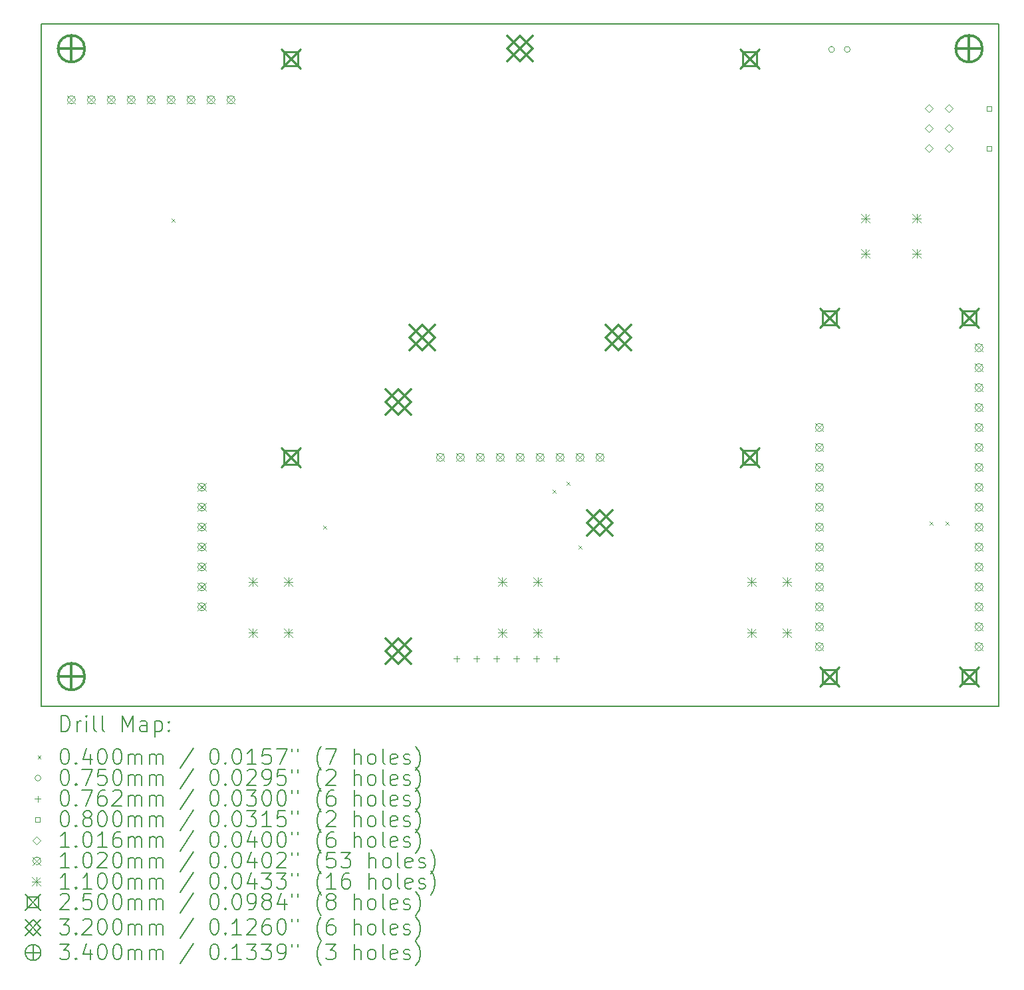
<source format=gbr>
%FSLAX45Y45*%
G04 Gerber Fmt 4.5, Leading zero omitted, Abs format (unit mm)*
G04 Created by KiCad (PCBNEW (6.0.2)) date 2022-03-08 23:09:55*
%MOMM*%
%LPD*%
G01*
G04 APERTURE LIST*
%TA.AperFunction,Profile*%
%ADD10C,0.150000*%
%TD*%
%ADD11C,0.200000*%
%ADD12C,0.040000*%
%ADD13C,0.075000*%
%ADD14C,0.076200*%
%ADD15C,0.080000*%
%ADD16C,0.101600*%
%ADD17C,0.102000*%
%ADD18C,0.110000*%
%ADD19C,0.250000*%
%ADD20C,0.320000*%
%ADD21C,0.340000*%
G04 APERTURE END LIST*
D10*
X8479000Y-6026500D02*
X20671000Y-6026500D01*
X8479000Y-14726000D02*
X8479000Y-6026500D01*
X20671000Y-6026500D02*
X20671000Y-14726000D01*
X20671000Y-14726000D02*
X8479000Y-14726000D01*
D11*
D12*
X10135400Y-8508400D02*
X10175400Y-8548400D01*
X10175400Y-8508400D02*
X10135400Y-8548400D01*
X12065800Y-12420000D02*
X12105800Y-12460000D01*
X12105800Y-12420000D02*
X12065800Y-12460000D01*
X14986800Y-11962800D02*
X15026800Y-12002800D01*
X15026800Y-11962800D02*
X14986800Y-12002800D01*
X15164600Y-11861200D02*
X15204600Y-11901200D01*
X15204600Y-11861200D02*
X15164600Y-11901200D01*
X15317000Y-12674000D02*
X15357000Y-12714000D01*
X15357000Y-12674000D02*
X15317000Y-12714000D01*
X19787400Y-12369200D02*
X19827400Y-12409200D01*
X19827400Y-12369200D02*
X19787400Y-12409200D01*
X19990600Y-12369200D02*
X20030600Y-12409200D01*
X20030600Y-12369200D02*
X19990600Y-12409200D01*
D13*
X18576500Y-6353000D02*
G75*
G03*
X18576500Y-6353000I-37500J0D01*
G01*
X18776500Y-6353000D02*
G75*
G03*
X18776500Y-6353000I-37500J0D01*
G01*
D14*
X13767000Y-14076400D02*
X13767000Y-14152600D01*
X13728900Y-14114500D02*
X13805100Y-14114500D01*
X14021000Y-14076400D02*
X14021000Y-14152600D01*
X13982900Y-14114500D02*
X14059100Y-14114500D01*
X14275000Y-14076400D02*
X14275000Y-14152600D01*
X14236900Y-14114500D02*
X14313100Y-14114500D01*
X14529000Y-14076400D02*
X14529000Y-14152600D01*
X14490900Y-14114500D02*
X14567100Y-14114500D01*
X14783000Y-14076400D02*
X14783000Y-14152600D01*
X14744900Y-14114500D02*
X14821100Y-14114500D01*
X15037000Y-14076400D02*
X15037000Y-14152600D01*
X14998900Y-14114500D02*
X15075100Y-14114500D01*
D15*
X20572285Y-7134284D02*
X20572285Y-7077715D01*
X20515716Y-7077715D01*
X20515716Y-7134284D01*
X20572285Y-7134284D01*
X20572285Y-7642284D02*
X20572285Y-7585715D01*
X20515716Y-7585715D01*
X20515716Y-7642284D01*
X20572285Y-7642284D01*
D16*
X19782000Y-7156800D02*
X19832800Y-7106000D01*
X19782000Y-7055200D01*
X19731200Y-7106000D01*
X19782000Y-7156800D01*
X19782000Y-7410800D02*
X19832800Y-7360000D01*
X19782000Y-7309200D01*
X19731200Y-7360000D01*
X19782000Y-7410800D01*
X19782000Y-7664800D02*
X19832800Y-7614000D01*
X19782000Y-7563200D01*
X19731200Y-7614000D01*
X19782000Y-7664800D01*
X20036000Y-7156800D02*
X20086800Y-7106000D01*
X20036000Y-7055200D01*
X19985200Y-7106000D01*
X20036000Y-7156800D01*
X20036000Y-7410800D02*
X20086800Y-7360000D01*
X20036000Y-7309200D01*
X19985200Y-7360000D01*
X20036000Y-7410800D01*
X20036000Y-7664800D02*
X20086800Y-7614000D01*
X20036000Y-7563200D01*
X19985200Y-7614000D01*
X20036000Y-7664800D01*
D17*
X8809000Y-6943900D02*
X8911000Y-7045900D01*
X8911000Y-6943900D02*
X8809000Y-7045900D01*
X8911000Y-6994900D02*
G75*
G03*
X8911000Y-6994900I-51000J0D01*
G01*
X9063000Y-6943900D02*
X9165000Y-7045900D01*
X9165000Y-6943900D02*
X9063000Y-7045900D01*
X9165000Y-6994900D02*
G75*
G03*
X9165000Y-6994900I-51000J0D01*
G01*
X9317000Y-6943900D02*
X9419000Y-7045900D01*
X9419000Y-6943900D02*
X9317000Y-7045900D01*
X9419000Y-6994900D02*
G75*
G03*
X9419000Y-6994900I-51000J0D01*
G01*
X9571000Y-6943900D02*
X9673000Y-7045900D01*
X9673000Y-6943900D02*
X9571000Y-7045900D01*
X9673000Y-6994900D02*
G75*
G03*
X9673000Y-6994900I-51000J0D01*
G01*
X9825000Y-6943900D02*
X9927000Y-7045900D01*
X9927000Y-6943900D02*
X9825000Y-7045900D01*
X9927000Y-6994900D02*
G75*
G03*
X9927000Y-6994900I-51000J0D01*
G01*
X10079000Y-6943900D02*
X10181000Y-7045900D01*
X10181000Y-6943900D02*
X10079000Y-7045900D01*
X10181000Y-6994900D02*
G75*
G03*
X10181000Y-6994900I-51000J0D01*
G01*
X10333000Y-6943900D02*
X10435000Y-7045900D01*
X10435000Y-6943900D02*
X10333000Y-7045900D01*
X10435000Y-6994900D02*
G75*
G03*
X10435000Y-6994900I-51000J0D01*
G01*
X10469500Y-11881000D02*
X10571500Y-11983000D01*
X10571500Y-11881000D02*
X10469500Y-11983000D01*
X10571500Y-11932000D02*
G75*
G03*
X10571500Y-11932000I-51000J0D01*
G01*
X10469500Y-12135000D02*
X10571500Y-12237000D01*
X10571500Y-12135000D02*
X10469500Y-12237000D01*
X10571500Y-12186000D02*
G75*
G03*
X10571500Y-12186000I-51000J0D01*
G01*
X10469500Y-12389000D02*
X10571500Y-12491000D01*
X10571500Y-12389000D02*
X10469500Y-12491000D01*
X10571500Y-12440000D02*
G75*
G03*
X10571500Y-12440000I-51000J0D01*
G01*
X10469500Y-12643000D02*
X10571500Y-12745000D01*
X10571500Y-12643000D02*
X10469500Y-12745000D01*
X10571500Y-12694000D02*
G75*
G03*
X10571500Y-12694000I-51000J0D01*
G01*
X10469500Y-12897000D02*
X10571500Y-12999000D01*
X10571500Y-12897000D02*
X10469500Y-12999000D01*
X10571500Y-12948000D02*
G75*
G03*
X10571500Y-12948000I-51000J0D01*
G01*
X10469500Y-13151000D02*
X10571500Y-13253000D01*
X10571500Y-13151000D02*
X10469500Y-13253000D01*
X10571500Y-13202000D02*
G75*
G03*
X10571500Y-13202000I-51000J0D01*
G01*
X10469500Y-13405000D02*
X10571500Y-13507000D01*
X10571500Y-13405000D02*
X10469500Y-13507000D01*
X10571500Y-13456000D02*
G75*
G03*
X10571500Y-13456000I-51000J0D01*
G01*
X10587000Y-6943900D02*
X10689000Y-7045900D01*
X10689000Y-6943900D02*
X10587000Y-7045900D01*
X10689000Y-6994900D02*
G75*
G03*
X10689000Y-6994900I-51000J0D01*
G01*
X10841000Y-6943900D02*
X10943000Y-7045900D01*
X10943000Y-6943900D02*
X10841000Y-7045900D01*
X10943000Y-6994900D02*
G75*
G03*
X10943000Y-6994900I-51000J0D01*
G01*
X13508000Y-11500000D02*
X13610000Y-11602000D01*
X13610000Y-11500000D02*
X13508000Y-11602000D01*
X13610000Y-11551000D02*
G75*
G03*
X13610000Y-11551000I-51000J0D01*
G01*
X13762000Y-11500000D02*
X13864000Y-11602000D01*
X13864000Y-11500000D02*
X13762000Y-11602000D01*
X13864000Y-11551000D02*
G75*
G03*
X13864000Y-11551000I-51000J0D01*
G01*
X14016000Y-11500000D02*
X14118000Y-11602000D01*
X14118000Y-11500000D02*
X14016000Y-11602000D01*
X14118000Y-11551000D02*
G75*
G03*
X14118000Y-11551000I-51000J0D01*
G01*
X14270000Y-11500000D02*
X14372000Y-11602000D01*
X14372000Y-11500000D02*
X14270000Y-11602000D01*
X14372000Y-11551000D02*
G75*
G03*
X14372000Y-11551000I-51000J0D01*
G01*
X14524000Y-11500000D02*
X14626000Y-11602000D01*
X14626000Y-11500000D02*
X14524000Y-11602000D01*
X14626000Y-11551000D02*
G75*
G03*
X14626000Y-11551000I-51000J0D01*
G01*
X14778000Y-11500000D02*
X14880000Y-11602000D01*
X14880000Y-11500000D02*
X14778000Y-11602000D01*
X14880000Y-11551000D02*
G75*
G03*
X14880000Y-11551000I-51000J0D01*
G01*
X15032000Y-11500000D02*
X15134000Y-11602000D01*
X15134000Y-11500000D02*
X15032000Y-11602000D01*
X15134000Y-11551000D02*
G75*
G03*
X15134000Y-11551000I-51000J0D01*
G01*
X15286000Y-11500000D02*
X15388000Y-11602000D01*
X15388000Y-11500000D02*
X15286000Y-11602000D01*
X15388000Y-11551000D02*
G75*
G03*
X15388000Y-11551000I-51000J0D01*
G01*
X15540000Y-11500000D02*
X15642000Y-11602000D01*
X15642000Y-11500000D02*
X15540000Y-11602000D01*
X15642000Y-11551000D02*
G75*
G03*
X15642000Y-11551000I-51000J0D01*
G01*
X18334000Y-11119000D02*
X18436000Y-11221000D01*
X18436000Y-11119000D02*
X18334000Y-11221000D01*
X18436000Y-11170000D02*
G75*
G03*
X18436000Y-11170000I-51000J0D01*
G01*
X18334000Y-11373000D02*
X18436000Y-11475000D01*
X18436000Y-11373000D02*
X18334000Y-11475000D01*
X18436000Y-11424000D02*
G75*
G03*
X18436000Y-11424000I-51000J0D01*
G01*
X18334000Y-11627000D02*
X18436000Y-11729000D01*
X18436000Y-11627000D02*
X18334000Y-11729000D01*
X18436000Y-11678000D02*
G75*
G03*
X18436000Y-11678000I-51000J0D01*
G01*
X18334000Y-11881000D02*
X18436000Y-11983000D01*
X18436000Y-11881000D02*
X18334000Y-11983000D01*
X18436000Y-11932000D02*
G75*
G03*
X18436000Y-11932000I-51000J0D01*
G01*
X18334000Y-12135000D02*
X18436000Y-12237000D01*
X18436000Y-12135000D02*
X18334000Y-12237000D01*
X18436000Y-12186000D02*
G75*
G03*
X18436000Y-12186000I-51000J0D01*
G01*
X18334000Y-12389000D02*
X18436000Y-12491000D01*
X18436000Y-12389000D02*
X18334000Y-12491000D01*
X18436000Y-12440000D02*
G75*
G03*
X18436000Y-12440000I-51000J0D01*
G01*
X18334000Y-12643000D02*
X18436000Y-12745000D01*
X18436000Y-12643000D02*
X18334000Y-12745000D01*
X18436000Y-12694000D02*
G75*
G03*
X18436000Y-12694000I-51000J0D01*
G01*
X18334000Y-12897000D02*
X18436000Y-12999000D01*
X18436000Y-12897000D02*
X18334000Y-12999000D01*
X18436000Y-12948000D02*
G75*
G03*
X18436000Y-12948000I-51000J0D01*
G01*
X18334000Y-13151000D02*
X18436000Y-13253000D01*
X18436000Y-13151000D02*
X18334000Y-13253000D01*
X18436000Y-13202000D02*
G75*
G03*
X18436000Y-13202000I-51000J0D01*
G01*
X18334000Y-13405000D02*
X18436000Y-13507000D01*
X18436000Y-13405000D02*
X18334000Y-13507000D01*
X18436000Y-13456000D02*
G75*
G03*
X18436000Y-13456000I-51000J0D01*
G01*
X18334000Y-13659000D02*
X18436000Y-13761000D01*
X18436000Y-13659000D02*
X18334000Y-13761000D01*
X18436000Y-13710000D02*
G75*
G03*
X18436000Y-13710000I-51000J0D01*
G01*
X18334000Y-13913000D02*
X18436000Y-14015000D01*
X18436000Y-13913000D02*
X18334000Y-14015000D01*
X18436000Y-13964000D02*
G75*
G03*
X18436000Y-13964000I-51000J0D01*
G01*
X20366000Y-10103000D02*
X20468000Y-10205000D01*
X20468000Y-10103000D02*
X20366000Y-10205000D01*
X20468000Y-10154000D02*
G75*
G03*
X20468000Y-10154000I-51000J0D01*
G01*
X20366000Y-10357000D02*
X20468000Y-10459000D01*
X20468000Y-10357000D02*
X20366000Y-10459000D01*
X20468000Y-10408000D02*
G75*
G03*
X20468000Y-10408000I-51000J0D01*
G01*
X20366000Y-10611000D02*
X20468000Y-10713000D01*
X20468000Y-10611000D02*
X20366000Y-10713000D01*
X20468000Y-10662000D02*
G75*
G03*
X20468000Y-10662000I-51000J0D01*
G01*
X20366000Y-10865000D02*
X20468000Y-10967000D01*
X20468000Y-10865000D02*
X20366000Y-10967000D01*
X20468000Y-10916000D02*
G75*
G03*
X20468000Y-10916000I-51000J0D01*
G01*
X20366000Y-11119000D02*
X20468000Y-11221000D01*
X20468000Y-11119000D02*
X20366000Y-11221000D01*
X20468000Y-11170000D02*
G75*
G03*
X20468000Y-11170000I-51000J0D01*
G01*
X20366000Y-11373000D02*
X20468000Y-11475000D01*
X20468000Y-11373000D02*
X20366000Y-11475000D01*
X20468000Y-11424000D02*
G75*
G03*
X20468000Y-11424000I-51000J0D01*
G01*
X20366000Y-11627000D02*
X20468000Y-11729000D01*
X20468000Y-11627000D02*
X20366000Y-11729000D01*
X20468000Y-11678000D02*
G75*
G03*
X20468000Y-11678000I-51000J0D01*
G01*
X20366000Y-11881000D02*
X20468000Y-11983000D01*
X20468000Y-11881000D02*
X20366000Y-11983000D01*
X20468000Y-11932000D02*
G75*
G03*
X20468000Y-11932000I-51000J0D01*
G01*
X20366000Y-12135000D02*
X20468000Y-12237000D01*
X20468000Y-12135000D02*
X20366000Y-12237000D01*
X20468000Y-12186000D02*
G75*
G03*
X20468000Y-12186000I-51000J0D01*
G01*
X20366000Y-12389000D02*
X20468000Y-12491000D01*
X20468000Y-12389000D02*
X20366000Y-12491000D01*
X20468000Y-12440000D02*
G75*
G03*
X20468000Y-12440000I-51000J0D01*
G01*
X20366000Y-12643000D02*
X20468000Y-12745000D01*
X20468000Y-12643000D02*
X20366000Y-12745000D01*
X20468000Y-12694000D02*
G75*
G03*
X20468000Y-12694000I-51000J0D01*
G01*
X20366000Y-12897000D02*
X20468000Y-12999000D01*
X20468000Y-12897000D02*
X20366000Y-12999000D01*
X20468000Y-12948000D02*
G75*
G03*
X20468000Y-12948000I-51000J0D01*
G01*
X20366000Y-13151000D02*
X20468000Y-13253000D01*
X20468000Y-13151000D02*
X20366000Y-13253000D01*
X20468000Y-13202000D02*
G75*
G03*
X20468000Y-13202000I-51000J0D01*
G01*
X20366000Y-13405000D02*
X20468000Y-13507000D01*
X20468000Y-13405000D02*
X20366000Y-13507000D01*
X20468000Y-13456000D02*
G75*
G03*
X20468000Y-13456000I-51000J0D01*
G01*
X20366000Y-13659000D02*
X20468000Y-13761000D01*
X20468000Y-13659000D02*
X20366000Y-13761000D01*
X20468000Y-13710000D02*
G75*
G03*
X20468000Y-13710000I-51000J0D01*
G01*
X20366000Y-13913000D02*
X20468000Y-14015000D01*
X20468000Y-13913000D02*
X20366000Y-14015000D01*
X20468000Y-13964000D02*
G75*
G03*
X20468000Y-13964000I-51000J0D01*
G01*
D18*
X11116400Y-13081200D02*
X11226400Y-13191200D01*
X11226400Y-13081200D02*
X11116400Y-13191200D01*
X11171400Y-13081200D02*
X11171400Y-13191200D01*
X11116400Y-13136200D02*
X11226400Y-13136200D01*
X11116400Y-13731200D02*
X11226400Y-13841200D01*
X11226400Y-13731200D02*
X11116400Y-13841200D01*
X11171400Y-13731200D02*
X11171400Y-13841200D01*
X11116400Y-13786200D02*
X11226400Y-13786200D01*
X11566400Y-13081200D02*
X11676400Y-13191200D01*
X11676400Y-13081200D02*
X11566400Y-13191200D01*
X11621400Y-13081200D02*
X11621400Y-13191200D01*
X11566400Y-13136200D02*
X11676400Y-13136200D01*
X11566400Y-13731200D02*
X11676400Y-13841200D01*
X11676400Y-13731200D02*
X11566400Y-13841200D01*
X11621400Y-13731200D02*
X11621400Y-13841200D01*
X11566400Y-13786200D02*
X11676400Y-13786200D01*
X14291400Y-13081200D02*
X14401400Y-13191200D01*
X14401400Y-13081200D02*
X14291400Y-13191200D01*
X14346400Y-13081200D02*
X14346400Y-13191200D01*
X14291400Y-13136200D02*
X14401400Y-13136200D01*
X14291400Y-13731200D02*
X14401400Y-13841200D01*
X14401400Y-13731200D02*
X14291400Y-13841200D01*
X14346400Y-13731200D02*
X14346400Y-13841200D01*
X14291400Y-13786200D02*
X14401400Y-13786200D01*
X14741400Y-13081200D02*
X14851400Y-13191200D01*
X14851400Y-13081200D02*
X14741400Y-13191200D01*
X14796400Y-13081200D02*
X14796400Y-13191200D01*
X14741400Y-13136200D02*
X14851400Y-13136200D01*
X14741400Y-13731200D02*
X14851400Y-13841200D01*
X14851400Y-13731200D02*
X14741400Y-13841200D01*
X14796400Y-13731200D02*
X14796400Y-13841200D01*
X14741400Y-13786200D02*
X14851400Y-13786200D01*
X17466400Y-13081200D02*
X17576400Y-13191200D01*
X17576400Y-13081200D02*
X17466400Y-13191200D01*
X17521400Y-13081200D02*
X17521400Y-13191200D01*
X17466400Y-13136200D02*
X17576400Y-13136200D01*
X17466400Y-13731200D02*
X17576400Y-13841200D01*
X17576400Y-13731200D02*
X17466400Y-13841200D01*
X17521400Y-13731200D02*
X17521400Y-13841200D01*
X17466400Y-13786200D02*
X17576400Y-13786200D01*
X17916400Y-13081200D02*
X18026400Y-13191200D01*
X18026400Y-13081200D02*
X17916400Y-13191200D01*
X17971400Y-13081200D02*
X17971400Y-13191200D01*
X17916400Y-13136200D02*
X18026400Y-13136200D01*
X17916400Y-13731200D02*
X18026400Y-13841200D01*
X18026400Y-13731200D02*
X17916400Y-13841200D01*
X17971400Y-13731200D02*
X17971400Y-13841200D01*
X17916400Y-13786200D02*
X18026400Y-13786200D01*
X18919400Y-8451600D02*
X19029400Y-8561600D01*
X19029400Y-8451600D02*
X18919400Y-8561600D01*
X18974400Y-8451600D02*
X18974400Y-8561600D01*
X18919400Y-8506600D02*
X19029400Y-8506600D01*
X18919400Y-8901600D02*
X19029400Y-9011600D01*
X19029400Y-8901600D02*
X18919400Y-9011600D01*
X18974400Y-8901600D02*
X18974400Y-9011600D01*
X18919400Y-8956600D02*
X19029400Y-8956600D01*
X19569400Y-8451600D02*
X19679400Y-8561600D01*
X19679400Y-8451600D02*
X19569400Y-8561600D01*
X19624400Y-8451600D02*
X19624400Y-8561600D01*
X19569400Y-8506600D02*
X19679400Y-8506600D01*
X19569400Y-8901600D02*
X19679400Y-9011600D01*
X19679400Y-8901600D02*
X19569400Y-9011600D01*
X19624400Y-8901600D02*
X19624400Y-9011600D01*
X19569400Y-8956600D02*
X19679400Y-8956600D01*
D19*
X11529000Y-6346000D02*
X11779000Y-6596000D01*
X11779000Y-6346000D02*
X11529000Y-6596000D01*
X11742389Y-6559389D02*
X11742389Y-6382611D01*
X11565611Y-6382611D01*
X11565611Y-6559389D01*
X11742389Y-6559389D01*
X11529000Y-11426000D02*
X11779000Y-11676000D01*
X11779000Y-11426000D02*
X11529000Y-11676000D01*
X11742389Y-11639389D02*
X11742389Y-11462611D01*
X11565611Y-11462611D01*
X11565611Y-11639389D01*
X11742389Y-11639389D01*
X17371000Y-6346000D02*
X17621000Y-6596000D01*
X17621000Y-6346000D02*
X17371000Y-6596000D01*
X17584389Y-6559389D02*
X17584389Y-6382611D01*
X17407611Y-6382611D01*
X17407611Y-6559389D01*
X17584389Y-6559389D01*
X17371000Y-11426000D02*
X17621000Y-11676000D01*
X17621000Y-11426000D02*
X17371000Y-11676000D01*
X17584389Y-11639389D02*
X17584389Y-11462611D01*
X17407611Y-11462611D01*
X17407611Y-11639389D01*
X17584389Y-11639389D01*
X18387000Y-9648000D02*
X18637000Y-9898000D01*
X18637000Y-9648000D02*
X18387000Y-9898000D01*
X18600389Y-9861389D02*
X18600389Y-9684611D01*
X18423611Y-9684611D01*
X18423611Y-9861389D01*
X18600389Y-9861389D01*
X18387000Y-14220000D02*
X18637000Y-14470000D01*
X18637000Y-14220000D02*
X18387000Y-14470000D01*
X18600389Y-14433389D02*
X18600389Y-14256611D01*
X18423611Y-14256611D01*
X18423611Y-14433389D01*
X18600389Y-14433389D01*
X20165000Y-9648000D02*
X20415000Y-9898000D01*
X20415000Y-9648000D02*
X20165000Y-9898000D01*
X20378389Y-9861389D02*
X20378389Y-9684611D01*
X20201611Y-9684611D01*
X20201611Y-9861389D01*
X20378389Y-9861389D01*
X20165000Y-14220000D02*
X20415000Y-14470000D01*
X20415000Y-14220000D02*
X20165000Y-14470000D01*
X20378389Y-14433389D02*
X20378389Y-14256611D01*
X20201611Y-14256611D01*
X20201611Y-14433389D01*
X20378389Y-14433389D01*
D20*
X12862000Y-10689000D02*
X13182000Y-11009000D01*
X13182000Y-10689000D02*
X12862000Y-11009000D01*
X13022000Y-11009000D02*
X13182000Y-10849000D01*
X13022000Y-10689000D01*
X12862000Y-10849000D01*
X13022000Y-11009000D01*
X12862000Y-13864000D02*
X13182000Y-14184000D01*
X13182000Y-13864000D02*
X12862000Y-14184000D01*
X13022000Y-14184000D02*
X13182000Y-14024000D01*
X13022000Y-13864000D01*
X12862000Y-14024000D01*
X13022000Y-14184000D01*
X13165000Y-9864000D02*
X13485000Y-10184000D01*
X13485000Y-9864000D02*
X13165000Y-10184000D01*
X13325000Y-10184000D02*
X13485000Y-10024000D01*
X13325000Y-9864000D01*
X13165000Y-10024000D01*
X13325000Y-10184000D01*
X14415000Y-6184000D02*
X14735000Y-6504000D01*
X14735000Y-6184000D02*
X14415000Y-6504000D01*
X14575000Y-6504000D02*
X14735000Y-6344000D01*
X14575000Y-6184000D01*
X14415000Y-6344000D01*
X14575000Y-6504000D01*
X15427400Y-12225700D02*
X15747400Y-12545700D01*
X15747400Y-12225700D02*
X15427400Y-12545700D01*
X15587400Y-12545700D02*
X15747400Y-12385700D01*
X15587400Y-12225700D01*
X15427400Y-12385700D01*
X15587400Y-12545700D01*
X15665000Y-9864000D02*
X15985000Y-10184000D01*
X15985000Y-9864000D02*
X15665000Y-10184000D01*
X15825000Y-10184000D02*
X15985000Y-10024000D01*
X15825000Y-9864000D01*
X15665000Y-10024000D01*
X15825000Y-10184000D01*
D21*
X8860000Y-6174000D02*
X8860000Y-6514000D01*
X8690000Y-6344000D02*
X9030000Y-6344000D01*
X9030000Y-6344000D02*
G75*
G03*
X9030000Y-6344000I-170000J0D01*
G01*
X8860000Y-14175000D02*
X8860000Y-14515000D01*
X8690000Y-14345000D02*
X9030000Y-14345000D01*
X9030000Y-14345000D02*
G75*
G03*
X9030000Y-14345000I-170000J0D01*
G01*
X20290000Y-6174000D02*
X20290000Y-6514000D01*
X20120000Y-6344000D02*
X20460000Y-6344000D01*
X20460000Y-6344000D02*
G75*
G03*
X20460000Y-6344000I-170000J0D01*
G01*
D11*
X8729119Y-15043976D02*
X8729119Y-14843976D01*
X8776738Y-14843976D01*
X8805310Y-14853500D01*
X8824357Y-14872548D01*
X8833881Y-14891595D01*
X8843405Y-14929690D01*
X8843405Y-14958262D01*
X8833881Y-14996357D01*
X8824357Y-15015405D01*
X8805310Y-15034452D01*
X8776738Y-15043976D01*
X8729119Y-15043976D01*
X8929119Y-15043976D02*
X8929119Y-14910643D01*
X8929119Y-14948738D02*
X8938643Y-14929690D01*
X8948167Y-14920167D01*
X8967214Y-14910643D01*
X8986262Y-14910643D01*
X9052929Y-15043976D02*
X9052929Y-14910643D01*
X9052929Y-14843976D02*
X9043405Y-14853500D01*
X9052929Y-14863024D01*
X9062452Y-14853500D01*
X9052929Y-14843976D01*
X9052929Y-14863024D01*
X9176738Y-15043976D02*
X9157690Y-15034452D01*
X9148167Y-15015405D01*
X9148167Y-14843976D01*
X9281500Y-15043976D02*
X9262452Y-15034452D01*
X9252929Y-15015405D01*
X9252929Y-14843976D01*
X9510071Y-15043976D02*
X9510071Y-14843976D01*
X9576738Y-14986833D01*
X9643405Y-14843976D01*
X9643405Y-15043976D01*
X9824357Y-15043976D02*
X9824357Y-14939214D01*
X9814833Y-14920167D01*
X9795786Y-14910643D01*
X9757690Y-14910643D01*
X9738643Y-14920167D01*
X9824357Y-15034452D02*
X9805310Y-15043976D01*
X9757690Y-15043976D01*
X9738643Y-15034452D01*
X9729119Y-15015405D01*
X9729119Y-14996357D01*
X9738643Y-14977309D01*
X9757690Y-14967786D01*
X9805310Y-14967786D01*
X9824357Y-14958262D01*
X9919595Y-14910643D02*
X9919595Y-15110643D01*
X9919595Y-14920167D02*
X9938643Y-14910643D01*
X9976738Y-14910643D01*
X9995786Y-14920167D01*
X10005310Y-14929690D01*
X10014833Y-14948738D01*
X10014833Y-15005881D01*
X10005310Y-15024928D01*
X9995786Y-15034452D01*
X9976738Y-15043976D01*
X9938643Y-15043976D01*
X9919595Y-15034452D01*
X10100548Y-15024928D02*
X10110071Y-15034452D01*
X10100548Y-15043976D01*
X10091024Y-15034452D01*
X10100548Y-15024928D01*
X10100548Y-15043976D01*
X10100548Y-14920167D02*
X10110071Y-14929690D01*
X10100548Y-14939214D01*
X10091024Y-14929690D01*
X10100548Y-14920167D01*
X10100548Y-14939214D01*
D12*
X8431500Y-15353500D02*
X8471500Y-15393500D01*
X8471500Y-15353500D02*
X8431500Y-15393500D01*
D11*
X8767214Y-15263976D02*
X8786262Y-15263976D01*
X8805310Y-15273500D01*
X8814833Y-15283024D01*
X8824357Y-15302071D01*
X8833881Y-15340167D01*
X8833881Y-15387786D01*
X8824357Y-15425881D01*
X8814833Y-15444928D01*
X8805310Y-15454452D01*
X8786262Y-15463976D01*
X8767214Y-15463976D01*
X8748167Y-15454452D01*
X8738643Y-15444928D01*
X8729119Y-15425881D01*
X8719595Y-15387786D01*
X8719595Y-15340167D01*
X8729119Y-15302071D01*
X8738643Y-15283024D01*
X8748167Y-15273500D01*
X8767214Y-15263976D01*
X8919595Y-15444928D02*
X8929119Y-15454452D01*
X8919595Y-15463976D01*
X8910071Y-15454452D01*
X8919595Y-15444928D01*
X8919595Y-15463976D01*
X9100548Y-15330643D02*
X9100548Y-15463976D01*
X9052929Y-15254452D02*
X9005310Y-15397309D01*
X9129119Y-15397309D01*
X9243405Y-15263976D02*
X9262452Y-15263976D01*
X9281500Y-15273500D01*
X9291024Y-15283024D01*
X9300548Y-15302071D01*
X9310071Y-15340167D01*
X9310071Y-15387786D01*
X9300548Y-15425881D01*
X9291024Y-15444928D01*
X9281500Y-15454452D01*
X9262452Y-15463976D01*
X9243405Y-15463976D01*
X9224357Y-15454452D01*
X9214833Y-15444928D01*
X9205310Y-15425881D01*
X9195786Y-15387786D01*
X9195786Y-15340167D01*
X9205310Y-15302071D01*
X9214833Y-15283024D01*
X9224357Y-15273500D01*
X9243405Y-15263976D01*
X9433881Y-15263976D02*
X9452929Y-15263976D01*
X9471976Y-15273500D01*
X9481500Y-15283024D01*
X9491024Y-15302071D01*
X9500548Y-15340167D01*
X9500548Y-15387786D01*
X9491024Y-15425881D01*
X9481500Y-15444928D01*
X9471976Y-15454452D01*
X9452929Y-15463976D01*
X9433881Y-15463976D01*
X9414833Y-15454452D01*
X9405310Y-15444928D01*
X9395786Y-15425881D01*
X9386262Y-15387786D01*
X9386262Y-15340167D01*
X9395786Y-15302071D01*
X9405310Y-15283024D01*
X9414833Y-15273500D01*
X9433881Y-15263976D01*
X9586262Y-15463976D02*
X9586262Y-15330643D01*
X9586262Y-15349690D02*
X9595786Y-15340167D01*
X9614833Y-15330643D01*
X9643405Y-15330643D01*
X9662452Y-15340167D01*
X9671976Y-15359214D01*
X9671976Y-15463976D01*
X9671976Y-15359214D02*
X9681500Y-15340167D01*
X9700548Y-15330643D01*
X9729119Y-15330643D01*
X9748167Y-15340167D01*
X9757690Y-15359214D01*
X9757690Y-15463976D01*
X9852929Y-15463976D02*
X9852929Y-15330643D01*
X9852929Y-15349690D02*
X9862452Y-15340167D01*
X9881500Y-15330643D01*
X9910071Y-15330643D01*
X9929119Y-15340167D01*
X9938643Y-15359214D01*
X9938643Y-15463976D01*
X9938643Y-15359214D02*
X9948167Y-15340167D01*
X9967214Y-15330643D01*
X9995786Y-15330643D01*
X10014833Y-15340167D01*
X10024357Y-15359214D01*
X10024357Y-15463976D01*
X10414833Y-15254452D02*
X10243405Y-15511595D01*
X10671976Y-15263976D02*
X10691024Y-15263976D01*
X10710071Y-15273500D01*
X10719595Y-15283024D01*
X10729119Y-15302071D01*
X10738643Y-15340167D01*
X10738643Y-15387786D01*
X10729119Y-15425881D01*
X10719595Y-15444928D01*
X10710071Y-15454452D01*
X10691024Y-15463976D01*
X10671976Y-15463976D01*
X10652929Y-15454452D01*
X10643405Y-15444928D01*
X10633881Y-15425881D01*
X10624357Y-15387786D01*
X10624357Y-15340167D01*
X10633881Y-15302071D01*
X10643405Y-15283024D01*
X10652929Y-15273500D01*
X10671976Y-15263976D01*
X10824357Y-15444928D02*
X10833881Y-15454452D01*
X10824357Y-15463976D01*
X10814833Y-15454452D01*
X10824357Y-15444928D01*
X10824357Y-15463976D01*
X10957690Y-15263976D02*
X10976738Y-15263976D01*
X10995786Y-15273500D01*
X11005310Y-15283024D01*
X11014833Y-15302071D01*
X11024357Y-15340167D01*
X11024357Y-15387786D01*
X11014833Y-15425881D01*
X11005310Y-15444928D01*
X10995786Y-15454452D01*
X10976738Y-15463976D01*
X10957690Y-15463976D01*
X10938643Y-15454452D01*
X10929119Y-15444928D01*
X10919595Y-15425881D01*
X10910071Y-15387786D01*
X10910071Y-15340167D01*
X10919595Y-15302071D01*
X10929119Y-15283024D01*
X10938643Y-15273500D01*
X10957690Y-15263976D01*
X11214833Y-15463976D02*
X11100548Y-15463976D01*
X11157690Y-15463976D02*
X11157690Y-15263976D01*
X11138643Y-15292548D01*
X11119595Y-15311595D01*
X11100548Y-15321119D01*
X11395786Y-15263976D02*
X11300548Y-15263976D01*
X11291024Y-15359214D01*
X11300548Y-15349690D01*
X11319595Y-15340167D01*
X11367214Y-15340167D01*
X11386262Y-15349690D01*
X11395786Y-15359214D01*
X11405309Y-15378262D01*
X11405309Y-15425881D01*
X11395786Y-15444928D01*
X11386262Y-15454452D01*
X11367214Y-15463976D01*
X11319595Y-15463976D01*
X11300548Y-15454452D01*
X11291024Y-15444928D01*
X11471976Y-15263976D02*
X11605309Y-15263976D01*
X11519595Y-15463976D01*
X11671976Y-15263976D02*
X11671976Y-15302071D01*
X11748167Y-15263976D02*
X11748167Y-15302071D01*
X12043405Y-15540167D02*
X12033881Y-15530643D01*
X12014833Y-15502071D01*
X12005309Y-15483024D01*
X11995786Y-15454452D01*
X11986262Y-15406833D01*
X11986262Y-15368738D01*
X11995786Y-15321119D01*
X12005309Y-15292548D01*
X12014833Y-15273500D01*
X12033881Y-15244928D01*
X12043405Y-15235405D01*
X12100548Y-15263976D02*
X12233881Y-15263976D01*
X12148167Y-15463976D01*
X12462452Y-15463976D02*
X12462452Y-15263976D01*
X12548167Y-15463976D02*
X12548167Y-15359214D01*
X12538643Y-15340167D01*
X12519595Y-15330643D01*
X12491024Y-15330643D01*
X12471976Y-15340167D01*
X12462452Y-15349690D01*
X12671976Y-15463976D02*
X12652928Y-15454452D01*
X12643405Y-15444928D01*
X12633881Y-15425881D01*
X12633881Y-15368738D01*
X12643405Y-15349690D01*
X12652928Y-15340167D01*
X12671976Y-15330643D01*
X12700548Y-15330643D01*
X12719595Y-15340167D01*
X12729119Y-15349690D01*
X12738643Y-15368738D01*
X12738643Y-15425881D01*
X12729119Y-15444928D01*
X12719595Y-15454452D01*
X12700548Y-15463976D01*
X12671976Y-15463976D01*
X12852928Y-15463976D02*
X12833881Y-15454452D01*
X12824357Y-15435405D01*
X12824357Y-15263976D01*
X13005309Y-15454452D02*
X12986262Y-15463976D01*
X12948167Y-15463976D01*
X12929119Y-15454452D01*
X12919595Y-15435405D01*
X12919595Y-15359214D01*
X12929119Y-15340167D01*
X12948167Y-15330643D01*
X12986262Y-15330643D01*
X13005309Y-15340167D01*
X13014833Y-15359214D01*
X13014833Y-15378262D01*
X12919595Y-15397309D01*
X13091024Y-15454452D02*
X13110071Y-15463976D01*
X13148167Y-15463976D01*
X13167214Y-15454452D01*
X13176738Y-15435405D01*
X13176738Y-15425881D01*
X13167214Y-15406833D01*
X13148167Y-15397309D01*
X13119595Y-15397309D01*
X13100548Y-15387786D01*
X13091024Y-15368738D01*
X13091024Y-15359214D01*
X13100548Y-15340167D01*
X13119595Y-15330643D01*
X13148167Y-15330643D01*
X13167214Y-15340167D01*
X13243405Y-15540167D02*
X13252928Y-15530643D01*
X13271976Y-15502071D01*
X13281500Y-15483024D01*
X13291024Y-15454452D01*
X13300548Y-15406833D01*
X13300548Y-15368738D01*
X13291024Y-15321119D01*
X13281500Y-15292548D01*
X13271976Y-15273500D01*
X13252928Y-15244928D01*
X13243405Y-15235405D01*
D13*
X8471500Y-15637500D02*
G75*
G03*
X8471500Y-15637500I-37500J0D01*
G01*
D11*
X8767214Y-15527976D02*
X8786262Y-15527976D01*
X8805310Y-15537500D01*
X8814833Y-15547024D01*
X8824357Y-15566071D01*
X8833881Y-15604167D01*
X8833881Y-15651786D01*
X8824357Y-15689881D01*
X8814833Y-15708928D01*
X8805310Y-15718452D01*
X8786262Y-15727976D01*
X8767214Y-15727976D01*
X8748167Y-15718452D01*
X8738643Y-15708928D01*
X8729119Y-15689881D01*
X8719595Y-15651786D01*
X8719595Y-15604167D01*
X8729119Y-15566071D01*
X8738643Y-15547024D01*
X8748167Y-15537500D01*
X8767214Y-15527976D01*
X8919595Y-15708928D02*
X8929119Y-15718452D01*
X8919595Y-15727976D01*
X8910071Y-15718452D01*
X8919595Y-15708928D01*
X8919595Y-15727976D01*
X8995786Y-15527976D02*
X9129119Y-15527976D01*
X9043405Y-15727976D01*
X9300548Y-15527976D02*
X9205310Y-15527976D01*
X9195786Y-15623214D01*
X9205310Y-15613690D01*
X9224357Y-15604167D01*
X9271976Y-15604167D01*
X9291024Y-15613690D01*
X9300548Y-15623214D01*
X9310071Y-15642262D01*
X9310071Y-15689881D01*
X9300548Y-15708928D01*
X9291024Y-15718452D01*
X9271976Y-15727976D01*
X9224357Y-15727976D01*
X9205310Y-15718452D01*
X9195786Y-15708928D01*
X9433881Y-15527976D02*
X9452929Y-15527976D01*
X9471976Y-15537500D01*
X9481500Y-15547024D01*
X9491024Y-15566071D01*
X9500548Y-15604167D01*
X9500548Y-15651786D01*
X9491024Y-15689881D01*
X9481500Y-15708928D01*
X9471976Y-15718452D01*
X9452929Y-15727976D01*
X9433881Y-15727976D01*
X9414833Y-15718452D01*
X9405310Y-15708928D01*
X9395786Y-15689881D01*
X9386262Y-15651786D01*
X9386262Y-15604167D01*
X9395786Y-15566071D01*
X9405310Y-15547024D01*
X9414833Y-15537500D01*
X9433881Y-15527976D01*
X9586262Y-15727976D02*
X9586262Y-15594643D01*
X9586262Y-15613690D02*
X9595786Y-15604167D01*
X9614833Y-15594643D01*
X9643405Y-15594643D01*
X9662452Y-15604167D01*
X9671976Y-15623214D01*
X9671976Y-15727976D01*
X9671976Y-15623214D02*
X9681500Y-15604167D01*
X9700548Y-15594643D01*
X9729119Y-15594643D01*
X9748167Y-15604167D01*
X9757690Y-15623214D01*
X9757690Y-15727976D01*
X9852929Y-15727976D02*
X9852929Y-15594643D01*
X9852929Y-15613690D02*
X9862452Y-15604167D01*
X9881500Y-15594643D01*
X9910071Y-15594643D01*
X9929119Y-15604167D01*
X9938643Y-15623214D01*
X9938643Y-15727976D01*
X9938643Y-15623214D02*
X9948167Y-15604167D01*
X9967214Y-15594643D01*
X9995786Y-15594643D01*
X10014833Y-15604167D01*
X10024357Y-15623214D01*
X10024357Y-15727976D01*
X10414833Y-15518452D02*
X10243405Y-15775595D01*
X10671976Y-15527976D02*
X10691024Y-15527976D01*
X10710071Y-15537500D01*
X10719595Y-15547024D01*
X10729119Y-15566071D01*
X10738643Y-15604167D01*
X10738643Y-15651786D01*
X10729119Y-15689881D01*
X10719595Y-15708928D01*
X10710071Y-15718452D01*
X10691024Y-15727976D01*
X10671976Y-15727976D01*
X10652929Y-15718452D01*
X10643405Y-15708928D01*
X10633881Y-15689881D01*
X10624357Y-15651786D01*
X10624357Y-15604167D01*
X10633881Y-15566071D01*
X10643405Y-15547024D01*
X10652929Y-15537500D01*
X10671976Y-15527976D01*
X10824357Y-15708928D02*
X10833881Y-15718452D01*
X10824357Y-15727976D01*
X10814833Y-15718452D01*
X10824357Y-15708928D01*
X10824357Y-15727976D01*
X10957690Y-15527976D02*
X10976738Y-15527976D01*
X10995786Y-15537500D01*
X11005310Y-15547024D01*
X11014833Y-15566071D01*
X11024357Y-15604167D01*
X11024357Y-15651786D01*
X11014833Y-15689881D01*
X11005310Y-15708928D01*
X10995786Y-15718452D01*
X10976738Y-15727976D01*
X10957690Y-15727976D01*
X10938643Y-15718452D01*
X10929119Y-15708928D01*
X10919595Y-15689881D01*
X10910071Y-15651786D01*
X10910071Y-15604167D01*
X10919595Y-15566071D01*
X10929119Y-15547024D01*
X10938643Y-15537500D01*
X10957690Y-15527976D01*
X11100548Y-15547024D02*
X11110071Y-15537500D01*
X11129119Y-15527976D01*
X11176738Y-15527976D01*
X11195786Y-15537500D01*
X11205309Y-15547024D01*
X11214833Y-15566071D01*
X11214833Y-15585119D01*
X11205309Y-15613690D01*
X11091024Y-15727976D01*
X11214833Y-15727976D01*
X11310071Y-15727976D02*
X11348167Y-15727976D01*
X11367214Y-15718452D01*
X11376738Y-15708928D01*
X11395786Y-15680357D01*
X11405309Y-15642262D01*
X11405309Y-15566071D01*
X11395786Y-15547024D01*
X11386262Y-15537500D01*
X11367214Y-15527976D01*
X11329119Y-15527976D01*
X11310071Y-15537500D01*
X11300548Y-15547024D01*
X11291024Y-15566071D01*
X11291024Y-15613690D01*
X11300548Y-15632738D01*
X11310071Y-15642262D01*
X11329119Y-15651786D01*
X11367214Y-15651786D01*
X11386262Y-15642262D01*
X11395786Y-15632738D01*
X11405309Y-15613690D01*
X11586262Y-15527976D02*
X11491024Y-15527976D01*
X11481500Y-15623214D01*
X11491024Y-15613690D01*
X11510071Y-15604167D01*
X11557690Y-15604167D01*
X11576738Y-15613690D01*
X11586262Y-15623214D01*
X11595786Y-15642262D01*
X11595786Y-15689881D01*
X11586262Y-15708928D01*
X11576738Y-15718452D01*
X11557690Y-15727976D01*
X11510071Y-15727976D01*
X11491024Y-15718452D01*
X11481500Y-15708928D01*
X11671976Y-15527976D02*
X11671976Y-15566071D01*
X11748167Y-15527976D02*
X11748167Y-15566071D01*
X12043405Y-15804167D02*
X12033881Y-15794643D01*
X12014833Y-15766071D01*
X12005309Y-15747024D01*
X11995786Y-15718452D01*
X11986262Y-15670833D01*
X11986262Y-15632738D01*
X11995786Y-15585119D01*
X12005309Y-15556548D01*
X12014833Y-15537500D01*
X12033881Y-15508928D01*
X12043405Y-15499405D01*
X12110071Y-15547024D02*
X12119595Y-15537500D01*
X12138643Y-15527976D01*
X12186262Y-15527976D01*
X12205309Y-15537500D01*
X12214833Y-15547024D01*
X12224357Y-15566071D01*
X12224357Y-15585119D01*
X12214833Y-15613690D01*
X12100548Y-15727976D01*
X12224357Y-15727976D01*
X12462452Y-15727976D02*
X12462452Y-15527976D01*
X12548167Y-15727976D02*
X12548167Y-15623214D01*
X12538643Y-15604167D01*
X12519595Y-15594643D01*
X12491024Y-15594643D01*
X12471976Y-15604167D01*
X12462452Y-15613690D01*
X12671976Y-15727976D02*
X12652928Y-15718452D01*
X12643405Y-15708928D01*
X12633881Y-15689881D01*
X12633881Y-15632738D01*
X12643405Y-15613690D01*
X12652928Y-15604167D01*
X12671976Y-15594643D01*
X12700548Y-15594643D01*
X12719595Y-15604167D01*
X12729119Y-15613690D01*
X12738643Y-15632738D01*
X12738643Y-15689881D01*
X12729119Y-15708928D01*
X12719595Y-15718452D01*
X12700548Y-15727976D01*
X12671976Y-15727976D01*
X12852928Y-15727976D02*
X12833881Y-15718452D01*
X12824357Y-15699405D01*
X12824357Y-15527976D01*
X13005309Y-15718452D02*
X12986262Y-15727976D01*
X12948167Y-15727976D01*
X12929119Y-15718452D01*
X12919595Y-15699405D01*
X12919595Y-15623214D01*
X12929119Y-15604167D01*
X12948167Y-15594643D01*
X12986262Y-15594643D01*
X13005309Y-15604167D01*
X13014833Y-15623214D01*
X13014833Y-15642262D01*
X12919595Y-15661309D01*
X13091024Y-15718452D02*
X13110071Y-15727976D01*
X13148167Y-15727976D01*
X13167214Y-15718452D01*
X13176738Y-15699405D01*
X13176738Y-15689881D01*
X13167214Y-15670833D01*
X13148167Y-15661309D01*
X13119595Y-15661309D01*
X13100548Y-15651786D01*
X13091024Y-15632738D01*
X13091024Y-15623214D01*
X13100548Y-15604167D01*
X13119595Y-15594643D01*
X13148167Y-15594643D01*
X13167214Y-15604167D01*
X13243405Y-15804167D02*
X13252928Y-15794643D01*
X13271976Y-15766071D01*
X13281500Y-15747024D01*
X13291024Y-15718452D01*
X13300548Y-15670833D01*
X13300548Y-15632738D01*
X13291024Y-15585119D01*
X13281500Y-15556548D01*
X13271976Y-15537500D01*
X13252928Y-15508928D01*
X13243405Y-15499405D01*
D14*
X8433400Y-15863400D02*
X8433400Y-15939600D01*
X8395300Y-15901500D02*
X8471500Y-15901500D01*
D11*
X8767214Y-15791976D02*
X8786262Y-15791976D01*
X8805310Y-15801500D01*
X8814833Y-15811024D01*
X8824357Y-15830071D01*
X8833881Y-15868167D01*
X8833881Y-15915786D01*
X8824357Y-15953881D01*
X8814833Y-15972928D01*
X8805310Y-15982452D01*
X8786262Y-15991976D01*
X8767214Y-15991976D01*
X8748167Y-15982452D01*
X8738643Y-15972928D01*
X8729119Y-15953881D01*
X8719595Y-15915786D01*
X8719595Y-15868167D01*
X8729119Y-15830071D01*
X8738643Y-15811024D01*
X8748167Y-15801500D01*
X8767214Y-15791976D01*
X8919595Y-15972928D02*
X8929119Y-15982452D01*
X8919595Y-15991976D01*
X8910071Y-15982452D01*
X8919595Y-15972928D01*
X8919595Y-15991976D01*
X8995786Y-15791976D02*
X9129119Y-15791976D01*
X9043405Y-15991976D01*
X9291024Y-15791976D02*
X9252929Y-15791976D01*
X9233881Y-15801500D01*
X9224357Y-15811024D01*
X9205310Y-15839595D01*
X9195786Y-15877690D01*
X9195786Y-15953881D01*
X9205310Y-15972928D01*
X9214833Y-15982452D01*
X9233881Y-15991976D01*
X9271976Y-15991976D01*
X9291024Y-15982452D01*
X9300548Y-15972928D01*
X9310071Y-15953881D01*
X9310071Y-15906262D01*
X9300548Y-15887214D01*
X9291024Y-15877690D01*
X9271976Y-15868167D01*
X9233881Y-15868167D01*
X9214833Y-15877690D01*
X9205310Y-15887214D01*
X9195786Y-15906262D01*
X9386262Y-15811024D02*
X9395786Y-15801500D01*
X9414833Y-15791976D01*
X9462452Y-15791976D01*
X9481500Y-15801500D01*
X9491024Y-15811024D01*
X9500548Y-15830071D01*
X9500548Y-15849119D01*
X9491024Y-15877690D01*
X9376738Y-15991976D01*
X9500548Y-15991976D01*
X9586262Y-15991976D02*
X9586262Y-15858643D01*
X9586262Y-15877690D02*
X9595786Y-15868167D01*
X9614833Y-15858643D01*
X9643405Y-15858643D01*
X9662452Y-15868167D01*
X9671976Y-15887214D01*
X9671976Y-15991976D01*
X9671976Y-15887214D02*
X9681500Y-15868167D01*
X9700548Y-15858643D01*
X9729119Y-15858643D01*
X9748167Y-15868167D01*
X9757690Y-15887214D01*
X9757690Y-15991976D01*
X9852929Y-15991976D02*
X9852929Y-15858643D01*
X9852929Y-15877690D02*
X9862452Y-15868167D01*
X9881500Y-15858643D01*
X9910071Y-15858643D01*
X9929119Y-15868167D01*
X9938643Y-15887214D01*
X9938643Y-15991976D01*
X9938643Y-15887214D02*
X9948167Y-15868167D01*
X9967214Y-15858643D01*
X9995786Y-15858643D01*
X10014833Y-15868167D01*
X10024357Y-15887214D01*
X10024357Y-15991976D01*
X10414833Y-15782452D02*
X10243405Y-16039595D01*
X10671976Y-15791976D02*
X10691024Y-15791976D01*
X10710071Y-15801500D01*
X10719595Y-15811024D01*
X10729119Y-15830071D01*
X10738643Y-15868167D01*
X10738643Y-15915786D01*
X10729119Y-15953881D01*
X10719595Y-15972928D01*
X10710071Y-15982452D01*
X10691024Y-15991976D01*
X10671976Y-15991976D01*
X10652929Y-15982452D01*
X10643405Y-15972928D01*
X10633881Y-15953881D01*
X10624357Y-15915786D01*
X10624357Y-15868167D01*
X10633881Y-15830071D01*
X10643405Y-15811024D01*
X10652929Y-15801500D01*
X10671976Y-15791976D01*
X10824357Y-15972928D02*
X10833881Y-15982452D01*
X10824357Y-15991976D01*
X10814833Y-15982452D01*
X10824357Y-15972928D01*
X10824357Y-15991976D01*
X10957690Y-15791976D02*
X10976738Y-15791976D01*
X10995786Y-15801500D01*
X11005310Y-15811024D01*
X11014833Y-15830071D01*
X11024357Y-15868167D01*
X11024357Y-15915786D01*
X11014833Y-15953881D01*
X11005310Y-15972928D01*
X10995786Y-15982452D01*
X10976738Y-15991976D01*
X10957690Y-15991976D01*
X10938643Y-15982452D01*
X10929119Y-15972928D01*
X10919595Y-15953881D01*
X10910071Y-15915786D01*
X10910071Y-15868167D01*
X10919595Y-15830071D01*
X10929119Y-15811024D01*
X10938643Y-15801500D01*
X10957690Y-15791976D01*
X11091024Y-15791976D02*
X11214833Y-15791976D01*
X11148167Y-15868167D01*
X11176738Y-15868167D01*
X11195786Y-15877690D01*
X11205309Y-15887214D01*
X11214833Y-15906262D01*
X11214833Y-15953881D01*
X11205309Y-15972928D01*
X11195786Y-15982452D01*
X11176738Y-15991976D01*
X11119595Y-15991976D01*
X11100548Y-15982452D01*
X11091024Y-15972928D01*
X11338643Y-15791976D02*
X11357690Y-15791976D01*
X11376738Y-15801500D01*
X11386262Y-15811024D01*
X11395786Y-15830071D01*
X11405309Y-15868167D01*
X11405309Y-15915786D01*
X11395786Y-15953881D01*
X11386262Y-15972928D01*
X11376738Y-15982452D01*
X11357690Y-15991976D01*
X11338643Y-15991976D01*
X11319595Y-15982452D01*
X11310071Y-15972928D01*
X11300548Y-15953881D01*
X11291024Y-15915786D01*
X11291024Y-15868167D01*
X11300548Y-15830071D01*
X11310071Y-15811024D01*
X11319595Y-15801500D01*
X11338643Y-15791976D01*
X11529119Y-15791976D02*
X11548167Y-15791976D01*
X11567214Y-15801500D01*
X11576738Y-15811024D01*
X11586262Y-15830071D01*
X11595786Y-15868167D01*
X11595786Y-15915786D01*
X11586262Y-15953881D01*
X11576738Y-15972928D01*
X11567214Y-15982452D01*
X11548167Y-15991976D01*
X11529119Y-15991976D01*
X11510071Y-15982452D01*
X11500548Y-15972928D01*
X11491024Y-15953881D01*
X11481500Y-15915786D01*
X11481500Y-15868167D01*
X11491024Y-15830071D01*
X11500548Y-15811024D01*
X11510071Y-15801500D01*
X11529119Y-15791976D01*
X11671976Y-15791976D02*
X11671976Y-15830071D01*
X11748167Y-15791976D02*
X11748167Y-15830071D01*
X12043405Y-16068167D02*
X12033881Y-16058643D01*
X12014833Y-16030071D01*
X12005309Y-16011024D01*
X11995786Y-15982452D01*
X11986262Y-15934833D01*
X11986262Y-15896738D01*
X11995786Y-15849119D01*
X12005309Y-15820548D01*
X12014833Y-15801500D01*
X12033881Y-15772928D01*
X12043405Y-15763405D01*
X12205309Y-15791976D02*
X12167214Y-15791976D01*
X12148167Y-15801500D01*
X12138643Y-15811024D01*
X12119595Y-15839595D01*
X12110071Y-15877690D01*
X12110071Y-15953881D01*
X12119595Y-15972928D01*
X12129119Y-15982452D01*
X12148167Y-15991976D01*
X12186262Y-15991976D01*
X12205309Y-15982452D01*
X12214833Y-15972928D01*
X12224357Y-15953881D01*
X12224357Y-15906262D01*
X12214833Y-15887214D01*
X12205309Y-15877690D01*
X12186262Y-15868167D01*
X12148167Y-15868167D01*
X12129119Y-15877690D01*
X12119595Y-15887214D01*
X12110071Y-15906262D01*
X12462452Y-15991976D02*
X12462452Y-15791976D01*
X12548167Y-15991976D02*
X12548167Y-15887214D01*
X12538643Y-15868167D01*
X12519595Y-15858643D01*
X12491024Y-15858643D01*
X12471976Y-15868167D01*
X12462452Y-15877690D01*
X12671976Y-15991976D02*
X12652928Y-15982452D01*
X12643405Y-15972928D01*
X12633881Y-15953881D01*
X12633881Y-15896738D01*
X12643405Y-15877690D01*
X12652928Y-15868167D01*
X12671976Y-15858643D01*
X12700548Y-15858643D01*
X12719595Y-15868167D01*
X12729119Y-15877690D01*
X12738643Y-15896738D01*
X12738643Y-15953881D01*
X12729119Y-15972928D01*
X12719595Y-15982452D01*
X12700548Y-15991976D01*
X12671976Y-15991976D01*
X12852928Y-15991976D02*
X12833881Y-15982452D01*
X12824357Y-15963405D01*
X12824357Y-15791976D01*
X13005309Y-15982452D02*
X12986262Y-15991976D01*
X12948167Y-15991976D01*
X12929119Y-15982452D01*
X12919595Y-15963405D01*
X12919595Y-15887214D01*
X12929119Y-15868167D01*
X12948167Y-15858643D01*
X12986262Y-15858643D01*
X13005309Y-15868167D01*
X13014833Y-15887214D01*
X13014833Y-15906262D01*
X12919595Y-15925309D01*
X13091024Y-15982452D02*
X13110071Y-15991976D01*
X13148167Y-15991976D01*
X13167214Y-15982452D01*
X13176738Y-15963405D01*
X13176738Y-15953881D01*
X13167214Y-15934833D01*
X13148167Y-15925309D01*
X13119595Y-15925309D01*
X13100548Y-15915786D01*
X13091024Y-15896738D01*
X13091024Y-15887214D01*
X13100548Y-15868167D01*
X13119595Y-15858643D01*
X13148167Y-15858643D01*
X13167214Y-15868167D01*
X13243405Y-16068167D02*
X13252928Y-16058643D01*
X13271976Y-16030071D01*
X13281500Y-16011024D01*
X13291024Y-15982452D01*
X13300548Y-15934833D01*
X13300548Y-15896738D01*
X13291024Y-15849119D01*
X13281500Y-15820548D01*
X13271976Y-15801500D01*
X13252928Y-15772928D01*
X13243405Y-15763405D01*
D15*
X8459785Y-16193784D02*
X8459785Y-16137215D01*
X8403216Y-16137215D01*
X8403216Y-16193784D01*
X8459785Y-16193784D01*
D11*
X8767214Y-16055976D02*
X8786262Y-16055976D01*
X8805310Y-16065500D01*
X8814833Y-16075024D01*
X8824357Y-16094071D01*
X8833881Y-16132167D01*
X8833881Y-16179786D01*
X8824357Y-16217881D01*
X8814833Y-16236928D01*
X8805310Y-16246452D01*
X8786262Y-16255976D01*
X8767214Y-16255976D01*
X8748167Y-16246452D01*
X8738643Y-16236928D01*
X8729119Y-16217881D01*
X8719595Y-16179786D01*
X8719595Y-16132167D01*
X8729119Y-16094071D01*
X8738643Y-16075024D01*
X8748167Y-16065500D01*
X8767214Y-16055976D01*
X8919595Y-16236928D02*
X8929119Y-16246452D01*
X8919595Y-16255976D01*
X8910071Y-16246452D01*
X8919595Y-16236928D01*
X8919595Y-16255976D01*
X9043405Y-16141690D02*
X9024357Y-16132167D01*
X9014833Y-16122643D01*
X9005310Y-16103595D01*
X9005310Y-16094071D01*
X9014833Y-16075024D01*
X9024357Y-16065500D01*
X9043405Y-16055976D01*
X9081500Y-16055976D01*
X9100548Y-16065500D01*
X9110071Y-16075024D01*
X9119595Y-16094071D01*
X9119595Y-16103595D01*
X9110071Y-16122643D01*
X9100548Y-16132167D01*
X9081500Y-16141690D01*
X9043405Y-16141690D01*
X9024357Y-16151214D01*
X9014833Y-16160738D01*
X9005310Y-16179786D01*
X9005310Y-16217881D01*
X9014833Y-16236928D01*
X9024357Y-16246452D01*
X9043405Y-16255976D01*
X9081500Y-16255976D01*
X9100548Y-16246452D01*
X9110071Y-16236928D01*
X9119595Y-16217881D01*
X9119595Y-16179786D01*
X9110071Y-16160738D01*
X9100548Y-16151214D01*
X9081500Y-16141690D01*
X9243405Y-16055976D02*
X9262452Y-16055976D01*
X9281500Y-16065500D01*
X9291024Y-16075024D01*
X9300548Y-16094071D01*
X9310071Y-16132167D01*
X9310071Y-16179786D01*
X9300548Y-16217881D01*
X9291024Y-16236928D01*
X9281500Y-16246452D01*
X9262452Y-16255976D01*
X9243405Y-16255976D01*
X9224357Y-16246452D01*
X9214833Y-16236928D01*
X9205310Y-16217881D01*
X9195786Y-16179786D01*
X9195786Y-16132167D01*
X9205310Y-16094071D01*
X9214833Y-16075024D01*
X9224357Y-16065500D01*
X9243405Y-16055976D01*
X9433881Y-16055976D02*
X9452929Y-16055976D01*
X9471976Y-16065500D01*
X9481500Y-16075024D01*
X9491024Y-16094071D01*
X9500548Y-16132167D01*
X9500548Y-16179786D01*
X9491024Y-16217881D01*
X9481500Y-16236928D01*
X9471976Y-16246452D01*
X9452929Y-16255976D01*
X9433881Y-16255976D01*
X9414833Y-16246452D01*
X9405310Y-16236928D01*
X9395786Y-16217881D01*
X9386262Y-16179786D01*
X9386262Y-16132167D01*
X9395786Y-16094071D01*
X9405310Y-16075024D01*
X9414833Y-16065500D01*
X9433881Y-16055976D01*
X9586262Y-16255976D02*
X9586262Y-16122643D01*
X9586262Y-16141690D02*
X9595786Y-16132167D01*
X9614833Y-16122643D01*
X9643405Y-16122643D01*
X9662452Y-16132167D01*
X9671976Y-16151214D01*
X9671976Y-16255976D01*
X9671976Y-16151214D02*
X9681500Y-16132167D01*
X9700548Y-16122643D01*
X9729119Y-16122643D01*
X9748167Y-16132167D01*
X9757690Y-16151214D01*
X9757690Y-16255976D01*
X9852929Y-16255976D02*
X9852929Y-16122643D01*
X9852929Y-16141690D02*
X9862452Y-16132167D01*
X9881500Y-16122643D01*
X9910071Y-16122643D01*
X9929119Y-16132167D01*
X9938643Y-16151214D01*
X9938643Y-16255976D01*
X9938643Y-16151214D02*
X9948167Y-16132167D01*
X9967214Y-16122643D01*
X9995786Y-16122643D01*
X10014833Y-16132167D01*
X10024357Y-16151214D01*
X10024357Y-16255976D01*
X10414833Y-16046452D02*
X10243405Y-16303595D01*
X10671976Y-16055976D02*
X10691024Y-16055976D01*
X10710071Y-16065500D01*
X10719595Y-16075024D01*
X10729119Y-16094071D01*
X10738643Y-16132167D01*
X10738643Y-16179786D01*
X10729119Y-16217881D01*
X10719595Y-16236928D01*
X10710071Y-16246452D01*
X10691024Y-16255976D01*
X10671976Y-16255976D01*
X10652929Y-16246452D01*
X10643405Y-16236928D01*
X10633881Y-16217881D01*
X10624357Y-16179786D01*
X10624357Y-16132167D01*
X10633881Y-16094071D01*
X10643405Y-16075024D01*
X10652929Y-16065500D01*
X10671976Y-16055976D01*
X10824357Y-16236928D02*
X10833881Y-16246452D01*
X10824357Y-16255976D01*
X10814833Y-16246452D01*
X10824357Y-16236928D01*
X10824357Y-16255976D01*
X10957690Y-16055976D02*
X10976738Y-16055976D01*
X10995786Y-16065500D01*
X11005310Y-16075024D01*
X11014833Y-16094071D01*
X11024357Y-16132167D01*
X11024357Y-16179786D01*
X11014833Y-16217881D01*
X11005310Y-16236928D01*
X10995786Y-16246452D01*
X10976738Y-16255976D01*
X10957690Y-16255976D01*
X10938643Y-16246452D01*
X10929119Y-16236928D01*
X10919595Y-16217881D01*
X10910071Y-16179786D01*
X10910071Y-16132167D01*
X10919595Y-16094071D01*
X10929119Y-16075024D01*
X10938643Y-16065500D01*
X10957690Y-16055976D01*
X11091024Y-16055976D02*
X11214833Y-16055976D01*
X11148167Y-16132167D01*
X11176738Y-16132167D01*
X11195786Y-16141690D01*
X11205309Y-16151214D01*
X11214833Y-16170262D01*
X11214833Y-16217881D01*
X11205309Y-16236928D01*
X11195786Y-16246452D01*
X11176738Y-16255976D01*
X11119595Y-16255976D01*
X11100548Y-16246452D01*
X11091024Y-16236928D01*
X11405309Y-16255976D02*
X11291024Y-16255976D01*
X11348167Y-16255976D02*
X11348167Y-16055976D01*
X11329119Y-16084548D01*
X11310071Y-16103595D01*
X11291024Y-16113119D01*
X11586262Y-16055976D02*
X11491024Y-16055976D01*
X11481500Y-16151214D01*
X11491024Y-16141690D01*
X11510071Y-16132167D01*
X11557690Y-16132167D01*
X11576738Y-16141690D01*
X11586262Y-16151214D01*
X11595786Y-16170262D01*
X11595786Y-16217881D01*
X11586262Y-16236928D01*
X11576738Y-16246452D01*
X11557690Y-16255976D01*
X11510071Y-16255976D01*
X11491024Y-16246452D01*
X11481500Y-16236928D01*
X11671976Y-16055976D02*
X11671976Y-16094071D01*
X11748167Y-16055976D02*
X11748167Y-16094071D01*
X12043405Y-16332167D02*
X12033881Y-16322643D01*
X12014833Y-16294071D01*
X12005309Y-16275024D01*
X11995786Y-16246452D01*
X11986262Y-16198833D01*
X11986262Y-16160738D01*
X11995786Y-16113119D01*
X12005309Y-16084548D01*
X12014833Y-16065500D01*
X12033881Y-16036928D01*
X12043405Y-16027405D01*
X12110071Y-16075024D02*
X12119595Y-16065500D01*
X12138643Y-16055976D01*
X12186262Y-16055976D01*
X12205309Y-16065500D01*
X12214833Y-16075024D01*
X12224357Y-16094071D01*
X12224357Y-16113119D01*
X12214833Y-16141690D01*
X12100548Y-16255976D01*
X12224357Y-16255976D01*
X12462452Y-16255976D02*
X12462452Y-16055976D01*
X12548167Y-16255976D02*
X12548167Y-16151214D01*
X12538643Y-16132167D01*
X12519595Y-16122643D01*
X12491024Y-16122643D01*
X12471976Y-16132167D01*
X12462452Y-16141690D01*
X12671976Y-16255976D02*
X12652928Y-16246452D01*
X12643405Y-16236928D01*
X12633881Y-16217881D01*
X12633881Y-16160738D01*
X12643405Y-16141690D01*
X12652928Y-16132167D01*
X12671976Y-16122643D01*
X12700548Y-16122643D01*
X12719595Y-16132167D01*
X12729119Y-16141690D01*
X12738643Y-16160738D01*
X12738643Y-16217881D01*
X12729119Y-16236928D01*
X12719595Y-16246452D01*
X12700548Y-16255976D01*
X12671976Y-16255976D01*
X12852928Y-16255976D02*
X12833881Y-16246452D01*
X12824357Y-16227405D01*
X12824357Y-16055976D01*
X13005309Y-16246452D02*
X12986262Y-16255976D01*
X12948167Y-16255976D01*
X12929119Y-16246452D01*
X12919595Y-16227405D01*
X12919595Y-16151214D01*
X12929119Y-16132167D01*
X12948167Y-16122643D01*
X12986262Y-16122643D01*
X13005309Y-16132167D01*
X13014833Y-16151214D01*
X13014833Y-16170262D01*
X12919595Y-16189309D01*
X13091024Y-16246452D02*
X13110071Y-16255976D01*
X13148167Y-16255976D01*
X13167214Y-16246452D01*
X13176738Y-16227405D01*
X13176738Y-16217881D01*
X13167214Y-16198833D01*
X13148167Y-16189309D01*
X13119595Y-16189309D01*
X13100548Y-16179786D01*
X13091024Y-16160738D01*
X13091024Y-16151214D01*
X13100548Y-16132167D01*
X13119595Y-16122643D01*
X13148167Y-16122643D01*
X13167214Y-16132167D01*
X13243405Y-16332167D02*
X13252928Y-16322643D01*
X13271976Y-16294071D01*
X13281500Y-16275024D01*
X13291024Y-16246452D01*
X13300548Y-16198833D01*
X13300548Y-16160738D01*
X13291024Y-16113119D01*
X13281500Y-16084548D01*
X13271976Y-16065500D01*
X13252928Y-16036928D01*
X13243405Y-16027405D01*
D16*
X8420700Y-16480300D02*
X8471500Y-16429500D01*
X8420700Y-16378700D01*
X8369900Y-16429500D01*
X8420700Y-16480300D01*
D11*
X8833881Y-16519976D02*
X8719595Y-16519976D01*
X8776738Y-16519976D02*
X8776738Y-16319976D01*
X8757690Y-16348548D01*
X8738643Y-16367595D01*
X8719595Y-16377119D01*
X8919595Y-16500928D02*
X8929119Y-16510452D01*
X8919595Y-16519976D01*
X8910071Y-16510452D01*
X8919595Y-16500928D01*
X8919595Y-16519976D01*
X9052929Y-16319976D02*
X9071976Y-16319976D01*
X9091024Y-16329500D01*
X9100548Y-16339024D01*
X9110071Y-16358071D01*
X9119595Y-16396167D01*
X9119595Y-16443786D01*
X9110071Y-16481881D01*
X9100548Y-16500928D01*
X9091024Y-16510452D01*
X9071976Y-16519976D01*
X9052929Y-16519976D01*
X9033881Y-16510452D01*
X9024357Y-16500928D01*
X9014833Y-16481881D01*
X9005310Y-16443786D01*
X9005310Y-16396167D01*
X9014833Y-16358071D01*
X9024357Y-16339024D01*
X9033881Y-16329500D01*
X9052929Y-16319976D01*
X9310071Y-16519976D02*
X9195786Y-16519976D01*
X9252929Y-16519976D02*
X9252929Y-16319976D01*
X9233881Y-16348548D01*
X9214833Y-16367595D01*
X9195786Y-16377119D01*
X9481500Y-16319976D02*
X9443405Y-16319976D01*
X9424357Y-16329500D01*
X9414833Y-16339024D01*
X9395786Y-16367595D01*
X9386262Y-16405690D01*
X9386262Y-16481881D01*
X9395786Y-16500928D01*
X9405310Y-16510452D01*
X9424357Y-16519976D01*
X9462452Y-16519976D01*
X9481500Y-16510452D01*
X9491024Y-16500928D01*
X9500548Y-16481881D01*
X9500548Y-16434262D01*
X9491024Y-16415214D01*
X9481500Y-16405690D01*
X9462452Y-16396167D01*
X9424357Y-16396167D01*
X9405310Y-16405690D01*
X9395786Y-16415214D01*
X9386262Y-16434262D01*
X9586262Y-16519976D02*
X9586262Y-16386643D01*
X9586262Y-16405690D02*
X9595786Y-16396167D01*
X9614833Y-16386643D01*
X9643405Y-16386643D01*
X9662452Y-16396167D01*
X9671976Y-16415214D01*
X9671976Y-16519976D01*
X9671976Y-16415214D02*
X9681500Y-16396167D01*
X9700548Y-16386643D01*
X9729119Y-16386643D01*
X9748167Y-16396167D01*
X9757690Y-16415214D01*
X9757690Y-16519976D01*
X9852929Y-16519976D02*
X9852929Y-16386643D01*
X9852929Y-16405690D02*
X9862452Y-16396167D01*
X9881500Y-16386643D01*
X9910071Y-16386643D01*
X9929119Y-16396167D01*
X9938643Y-16415214D01*
X9938643Y-16519976D01*
X9938643Y-16415214D02*
X9948167Y-16396167D01*
X9967214Y-16386643D01*
X9995786Y-16386643D01*
X10014833Y-16396167D01*
X10024357Y-16415214D01*
X10024357Y-16519976D01*
X10414833Y-16310452D02*
X10243405Y-16567595D01*
X10671976Y-16319976D02*
X10691024Y-16319976D01*
X10710071Y-16329500D01*
X10719595Y-16339024D01*
X10729119Y-16358071D01*
X10738643Y-16396167D01*
X10738643Y-16443786D01*
X10729119Y-16481881D01*
X10719595Y-16500928D01*
X10710071Y-16510452D01*
X10691024Y-16519976D01*
X10671976Y-16519976D01*
X10652929Y-16510452D01*
X10643405Y-16500928D01*
X10633881Y-16481881D01*
X10624357Y-16443786D01*
X10624357Y-16396167D01*
X10633881Y-16358071D01*
X10643405Y-16339024D01*
X10652929Y-16329500D01*
X10671976Y-16319976D01*
X10824357Y-16500928D02*
X10833881Y-16510452D01*
X10824357Y-16519976D01*
X10814833Y-16510452D01*
X10824357Y-16500928D01*
X10824357Y-16519976D01*
X10957690Y-16319976D02*
X10976738Y-16319976D01*
X10995786Y-16329500D01*
X11005310Y-16339024D01*
X11014833Y-16358071D01*
X11024357Y-16396167D01*
X11024357Y-16443786D01*
X11014833Y-16481881D01*
X11005310Y-16500928D01*
X10995786Y-16510452D01*
X10976738Y-16519976D01*
X10957690Y-16519976D01*
X10938643Y-16510452D01*
X10929119Y-16500928D01*
X10919595Y-16481881D01*
X10910071Y-16443786D01*
X10910071Y-16396167D01*
X10919595Y-16358071D01*
X10929119Y-16339024D01*
X10938643Y-16329500D01*
X10957690Y-16319976D01*
X11195786Y-16386643D02*
X11195786Y-16519976D01*
X11148167Y-16310452D02*
X11100548Y-16453309D01*
X11224357Y-16453309D01*
X11338643Y-16319976D02*
X11357690Y-16319976D01*
X11376738Y-16329500D01*
X11386262Y-16339024D01*
X11395786Y-16358071D01*
X11405309Y-16396167D01*
X11405309Y-16443786D01*
X11395786Y-16481881D01*
X11386262Y-16500928D01*
X11376738Y-16510452D01*
X11357690Y-16519976D01*
X11338643Y-16519976D01*
X11319595Y-16510452D01*
X11310071Y-16500928D01*
X11300548Y-16481881D01*
X11291024Y-16443786D01*
X11291024Y-16396167D01*
X11300548Y-16358071D01*
X11310071Y-16339024D01*
X11319595Y-16329500D01*
X11338643Y-16319976D01*
X11529119Y-16319976D02*
X11548167Y-16319976D01*
X11567214Y-16329500D01*
X11576738Y-16339024D01*
X11586262Y-16358071D01*
X11595786Y-16396167D01*
X11595786Y-16443786D01*
X11586262Y-16481881D01*
X11576738Y-16500928D01*
X11567214Y-16510452D01*
X11548167Y-16519976D01*
X11529119Y-16519976D01*
X11510071Y-16510452D01*
X11500548Y-16500928D01*
X11491024Y-16481881D01*
X11481500Y-16443786D01*
X11481500Y-16396167D01*
X11491024Y-16358071D01*
X11500548Y-16339024D01*
X11510071Y-16329500D01*
X11529119Y-16319976D01*
X11671976Y-16319976D02*
X11671976Y-16358071D01*
X11748167Y-16319976D02*
X11748167Y-16358071D01*
X12043405Y-16596167D02*
X12033881Y-16586643D01*
X12014833Y-16558071D01*
X12005309Y-16539024D01*
X11995786Y-16510452D01*
X11986262Y-16462833D01*
X11986262Y-16424738D01*
X11995786Y-16377119D01*
X12005309Y-16348548D01*
X12014833Y-16329500D01*
X12033881Y-16300928D01*
X12043405Y-16291405D01*
X12205309Y-16319976D02*
X12167214Y-16319976D01*
X12148167Y-16329500D01*
X12138643Y-16339024D01*
X12119595Y-16367595D01*
X12110071Y-16405690D01*
X12110071Y-16481881D01*
X12119595Y-16500928D01*
X12129119Y-16510452D01*
X12148167Y-16519976D01*
X12186262Y-16519976D01*
X12205309Y-16510452D01*
X12214833Y-16500928D01*
X12224357Y-16481881D01*
X12224357Y-16434262D01*
X12214833Y-16415214D01*
X12205309Y-16405690D01*
X12186262Y-16396167D01*
X12148167Y-16396167D01*
X12129119Y-16405690D01*
X12119595Y-16415214D01*
X12110071Y-16434262D01*
X12462452Y-16519976D02*
X12462452Y-16319976D01*
X12548167Y-16519976D02*
X12548167Y-16415214D01*
X12538643Y-16396167D01*
X12519595Y-16386643D01*
X12491024Y-16386643D01*
X12471976Y-16396167D01*
X12462452Y-16405690D01*
X12671976Y-16519976D02*
X12652928Y-16510452D01*
X12643405Y-16500928D01*
X12633881Y-16481881D01*
X12633881Y-16424738D01*
X12643405Y-16405690D01*
X12652928Y-16396167D01*
X12671976Y-16386643D01*
X12700548Y-16386643D01*
X12719595Y-16396167D01*
X12729119Y-16405690D01*
X12738643Y-16424738D01*
X12738643Y-16481881D01*
X12729119Y-16500928D01*
X12719595Y-16510452D01*
X12700548Y-16519976D01*
X12671976Y-16519976D01*
X12852928Y-16519976D02*
X12833881Y-16510452D01*
X12824357Y-16491405D01*
X12824357Y-16319976D01*
X13005309Y-16510452D02*
X12986262Y-16519976D01*
X12948167Y-16519976D01*
X12929119Y-16510452D01*
X12919595Y-16491405D01*
X12919595Y-16415214D01*
X12929119Y-16396167D01*
X12948167Y-16386643D01*
X12986262Y-16386643D01*
X13005309Y-16396167D01*
X13014833Y-16415214D01*
X13014833Y-16434262D01*
X12919595Y-16453309D01*
X13091024Y-16510452D02*
X13110071Y-16519976D01*
X13148167Y-16519976D01*
X13167214Y-16510452D01*
X13176738Y-16491405D01*
X13176738Y-16481881D01*
X13167214Y-16462833D01*
X13148167Y-16453309D01*
X13119595Y-16453309D01*
X13100548Y-16443786D01*
X13091024Y-16424738D01*
X13091024Y-16415214D01*
X13100548Y-16396167D01*
X13119595Y-16386643D01*
X13148167Y-16386643D01*
X13167214Y-16396167D01*
X13243405Y-16596167D02*
X13252928Y-16586643D01*
X13271976Y-16558071D01*
X13281500Y-16539024D01*
X13291024Y-16510452D01*
X13300548Y-16462833D01*
X13300548Y-16424738D01*
X13291024Y-16377119D01*
X13281500Y-16348548D01*
X13271976Y-16329500D01*
X13252928Y-16300928D01*
X13243405Y-16291405D01*
D17*
X8369500Y-16642500D02*
X8471500Y-16744500D01*
X8471500Y-16642500D02*
X8369500Y-16744500D01*
X8471500Y-16693500D02*
G75*
G03*
X8471500Y-16693500I-51000J0D01*
G01*
D11*
X8833881Y-16783976D02*
X8719595Y-16783976D01*
X8776738Y-16783976D02*
X8776738Y-16583976D01*
X8757690Y-16612548D01*
X8738643Y-16631595D01*
X8719595Y-16641119D01*
X8919595Y-16764928D02*
X8929119Y-16774452D01*
X8919595Y-16783976D01*
X8910071Y-16774452D01*
X8919595Y-16764928D01*
X8919595Y-16783976D01*
X9052929Y-16583976D02*
X9071976Y-16583976D01*
X9091024Y-16593500D01*
X9100548Y-16603024D01*
X9110071Y-16622071D01*
X9119595Y-16660167D01*
X9119595Y-16707786D01*
X9110071Y-16745881D01*
X9100548Y-16764928D01*
X9091024Y-16774452D01*
X9071976Y-16783976D01*
X9052929Y-16783976D01*
X9033881Y-16774452D01*
X9024357Y-16764928D01*
X9014833Y-16745881D01*
X9005310Y-16707786D01*
X9005310Y-16660167D01*
X9014833Y-16622071D01*
X9024357Y-16603024D01*
X9033881Y-16593500D01*
X9052929Y-16583976D01*
X9195786Y-16603024D02*
X9205310Y-16593500D01*
X9224357Y-16583976D01*
X9271976Y-16583976D01*
X9291024Y-16593500D01*
X9300548Y-16603024D01*
X9310071Y-16622071D01*
X9310071Y-16641119D01*
X9300548Y-16669690D01*
X9186262Y-16783976D01*
X9310071Y-16783976D01*
X9433881Y-16583976D02*
X9452929Y-16583976D01*
X9471976Y-16593500D01*
X9481500Y-16603024D01*
X9491024Y-16622071D01*
X9500548Y-16660167D01*
X9500548Y-16707786D01*
X9491024Y-16745881D01*
X9481500Y-16764928D01*
X9471976Y-16774452D01*
X9452929Y-16783976D01*
X9433881Y-16783976D01*
X9414833Y-16774452D01*
X9405310Y-16764928D01*
X9395786Y-16745881D01*
X9386262Y-16707786D01*
X9386262Y-16660167D01*
X9395786Y-16622071D01*
X9405310Y-16603024D01*
X9414833Y-16593500D01*
X9433881Y-16583976D01*
X9586262Y-16783976D02*
X9586262Y-16650643D01*
X9586262Y-16669690D02*
X9595786Y-16660167D01*
X9614833Y-16650643D01*
X9643405Y-16650643D01*
X9662452Y-16660167D01*
X9671976Y-16679214D01*
X9671976Y-16783976D01*
X9671976Y-16679214D02*
X9681500Y-16660167D01*
X9700548Y-16650643D01*
X9729119Y-16650643D01*
X9748167Y-16660167D01*
X9757690Y-16679214D01*
X9757690Y-16783976D01*
X9852929Y-16783976D02*
X9852929Y-16650643D01*
X9852929Y-16669690D02*
X9862452Y-16660167D01*
X9881500Y-16650643D01*
X9910071Y-16650643D01*
X9929119Y-16660167D01*
X9938643Y-16679214D01*
X9938643Y-16783976D01*
X9938643Y-16679214D02*
X9948167Y-16660167D01*
X9967214Y-16650643D01*
X9995786Y-16650643D01*
X10014833Y-16660167D01*
X10024357Y-16679214D01*
X10024357Y-16783976D01*
X10414833Y-16574452D02*
X10243405Y-16831595D01*
X10671976Y-16583976D02*
X10691024Y-16583976D01*
X10710071Y-16593500D01*
X10719595Y-16603024D01*
X10729119Y-16622071D01*
X10738643Y-16660167D01*
X10738643Y-16707786D01*
X10729119Y-16745881D01*
X10719595Y-16764928D01*
X10710071Y-16774452D01*
X10691024Y-16783976D01*
X10671976Y-16783976D01*
X10652929Y-16774452D01*
X10643405Y-16764928D01*
X10633881Y-16745881D01*
X10624357Y-16707786D01*
X10624357Y-16660167D01*
X10633881Y-16622071D01*
X10643405Y-16603024D01*
X10652929Y-16593500D01*
X10671976Y-16583976D01*
X10824357Y-16764928D02*
X10833881Y-16774452D01*
X10824357Y-16783976D01*
X10814833Y-16774452D01*
X10824357Y-16764928D01*
X10824357Y-16783976D01*
X10957690Y-16583976D02*
X10976738Y-16583976D01*
X10995786Y-16593500D01*
X11005310Y-16603024D01*
X11014833Y-16622071D01*
X11024357Y-16660167D01*
X11024357Y-16707786D01*
X11014833Y-16745881D01*
X11005310Y-16764928D01*
X10995786Y-16774452D01*
X10976738Y-16783976D01*
X10957690Y-16783976D01*
X10938643Y-16774452D01*
X10929119Y-16764928D01*
X10919595Y-16745881D01*
X10910071Y-16707786D01*
X10910071Y-16660167D01*
X10919595Y-16622071D01*
X10929119Y-16603024D01*
X10938643Y-16593500D01*
X10957690Y-16583976D01*
X11195786Y-16650643D02*
X11195786Y-16783976D01*
X11148167Y-16574452D02*
X11100548Y-16717309D01*
X11224357Y-16717309D01*
X11338643Y-16583976D02*
X11357690Y-16583976D01*
X11376738Y-16593500D01*
X11386262Y-16603024D01*
X11395786Y-16622071D01*
X11405309Y-16660167D01*
X11405309Y-16707786D01*
X11395786Y-16745881D01*
X11386262Y-16764928D01*
X11376738Y-16774452D01*
X11357690Y-16783976D01*
X11338643Y-16783976D01*
X11319595Y-16774452D01*
X11310071Y-16764928D01*
X11300548Y-16745881D01*
X11291024Y-16707786D01*
X11291024Y-16660167D01*
X11300548Y-16622071D01*
X11310071Y-16603024D01*
X11319595Y-16593500D01*
X11338643Y-16583976D01*
X11481500Y-16603024D02*
X11491024Y-16593500D01*
X11510071Y-16583976D01*
X11557690Y-16583976D01*
X11576738Y-16593500D01*
X11586262Y-16603024D01*
X11595786Y-16622071D01*
X11595786Y-16641119D01*
X11586262Y-16669690D01*
X11471976Y-16783976D01*
X11595786Y-16783976D01*
X11671976Y-16583976D02*
X11671976Y-16622071D01*
X11748167Y-16583976D02*
X11748167Y-16622071D01*
X12043405Y-16860167D02*
X12033881Y-16850643D01*
X12014833Y-16822071D01*
X12005309Y-16803024D01*
X11995786Y-16774452D01*
X11986262Y-16726833D01*
X11986262Y-16688738D01*
X11995786Y-16641119D01*
X12005309Y-16612548D01*
X12014833Y-16593500D01*
X12033881Y-16564928D01*
X12043405Y-16555405D01*
X12214833Y-16583976D02*
X12119595Y-16583976D01*
X12110071Y-16679214D01*
X12119595Y-16669690D01*
X12138643Y-16660167D01*
X12186262Y-16660167D01*
X12205309Y-16669690D01*
X12214833Y-16679214D01*
X12224357Y-16698262D01*
X12224357Y-16745881D01*
X12214833Y-16764928D01*
X12205309Y-16774452D01*
X12186262Y-16783976D01*
X12138643Y-16783976D01*
X12119595Y-16774452D01*
X12110071Y-16764928D01*
X12291024Y-16583976D02*
X12414833Y-16583976D01*
X12348167Y-16660167D01*
X12376738Y-16660167D01*
X12395786Y-16669690D01*
X12405309Y-16679214D01*
X12414833Y-16698262D01*
X12414833Y-16745881D01*
X12405309Y-16764928D01*
X12395786Y-16774452D01*
X12376738Y-16783976D01*
X12319595Y-16783976D01*
X12300548Y-16774452D01*
X12291024Y-16764928D01*
X12652928Y-16783976D02*
X12652928Y-16583976D01*
X12738643Y-16783976D02*
X12738643Y-16679214D01*
X12729119Y-16660167D01*
X12710071Y-16650643D01*
X12681500Y-16650643D01*
X12662452Y-16660167D01*
X12652928Y-16669690D01*
X12862452Y-16783976D02*
X12843405Y-16774452D01*
X12833881Y-16764928D01*
X12824357Y-16745881D01*
X12824357Y-16688738D01*
X12833881Y-16669690D01*
X12843405Y-16660167D01*
X12862452Y-16650643D01*
X12891024Y-16650643D01*
X12910071Y-16660167D01*
X12919595Y-16669690D01*
X12929119Y-16688738D01*
X12929119Y-16745881D01*
X12919595Y-16764928D01*
X12910071Y-16774452D01*
X12891024Y-16783976D01*
X12862452Y-16783976D01*
X13043405Y-16783976D02*
X13024357Y-16774452D01*
X13014833Y-16755405D01*
X13014833Y-16583976D01*
X13195786Y-16774452D02*
X13176738Y-16783976D01*
X13138643Y-16783976D01*
X13119595Y-16774452D01*
X13110071Y-16755405D01*
X13110071Y-16679214D01*
X13119595Y-16660167D01*
X13138643Y-16650643D01*
X13176738Y-16650643D01*
X13195786Y-16660167D01*
X13205309Y-16679214D01*
X13205309Y-16698262D01*
X13110071Y-16717309D01*
X13281500Y-16774452D02*
X13300548Y-16783976D01*
X13338643Y-16783976D01*
X13357690Y-16774452D01*
X13367214Y-16755405D01*
X13367214Y-16745881D01*
X13357690Y-16726833D01*
X13338643Y-16717309D01*
X13310071Y-16717309D01*
X13291024Y-16707786D01*
X13281500Y-16688738D01*
X13281500Y-16679214D01*
X13291024Y-16660167D01*
X13310071Y-16650643D01*
X13338643Y-16650643D01*
X13357690Y-16660167D01*
X13433881Y-16860167D02*
X13443405Y-16850643D01*
X13462452Y-16822071D01*
X13471976Y-16803024D01*
X13481500Y-16774452D01*
X13491024Y-16726833D01*
X13491024Y-16688738D01*
X13481500Y-16641119D01*
X13471976Y-16612548D01*
X13462452Y-16593500D01*
X13443405Y-16564928D01*
X13433881Y-16555405D01*
D18*
X8361500Y-16902500D02*
X8471500Y-17012500D01*
X8471500Y-16902500D02*
X8361500Y-17012500D01*
X8416500Y-16902500D02*
X8416500Y-17012500D01*
X8361500Y-16957500D02*
X8471500Y-16957500D01*
D11*
X8833881Y-17047976D02*
X8719595Y-17047976D01*
X8776738Y-17047976D02*
X8776738Y-16847976D01*
X8757690Y-16876548D01*
X8738643Y-16895595D01*
X8719595Y-16905119D01*
X8919595Y-17028929D02*
X8929119Y-17038452D01*
X8919595Y-17047976D01*
X8910071Y-17038452D01*
X8919595Y-17028929D01*
X8919595Y-17047976D01*
X9119595Y-17047976D02*
X9005310Y-17047976D01*
X9062452Y-17047976D02*
X9062452Y-16847976D01*
X9043405Y-16876548D01*
X9024357Y-16895595D01*
X9005310Y-16905119D01*
X9243405Y-16847976D02*
X9262452Y-16847976D01*
X9281500Y-16857500D01*
X9291024Y-16867024D01*
X9300548Y-16886071D01*
X9310071Y-16924167D01*
X9310071Y-16971786D01*
X9300548Y-17009881D01*
X9291024Y-17028929D01*
X9281500Y-17038452D01*
X9262452Y-17047976D01*
X9243405Y-17047976D01*
X9224357Y-17038452D01*
X9214833Y-17028929D01*
X9205310Y-17009881D01*
X9195786Y-16971786D01*
X9195786Y-16924167D01*
X9205310Y-16886071D01*
X9214833Y-16867024D01*
X9224357Y-16857500D01*
X9243405Y-16847976D01*
X9433881Y-16847976D02*
X9452929Y-16847976D01*
X9471976Y-16857500D01*
X9481500Y-16867024D01*
X9491024Y-16886071D01*
X9500548Y-16924167D01*
X9500548Y-16971786D01*
X9491024Y-17009881D01*
X9481500Y-17028929D01*
X9471976Y-17038452D01*
X9452929Y-17047976D01*
X9433881Y-17047976D01*
X9414833Y-17038452D01*
X9405310Y-17028929D01*
X9395786Y-17009881D01*
X9386262Y-16971786D01*
X9386262Y-16924167D01*
X9395786Y-16886071D01*
X9405310Y-16867024D01*
X9414833Y-16857500D01*
X9433881Y-16847976D01*
X9586262Y-17047976D02*
X9586262Y-16914643D01*
X9586262Y-16933690D02*
X9595786Y-16924167D01*
X9614833Y-16914643D01*
X9643405Y-16914643D01*
X9662452Y-16924167D01*
X9671976Y-16943214D01*
X9671976Y-17047976D01*
X9671976Y-16943214D02*
X9681500Y-16924167D01*
X9700548Y-16914643D01*
X9729119Y-16914643D01*
X9748167Y-16924167D01*
X9757690Y-16943214D01*
X9757690Y-17047976D01*
X9852929Y-17047976D02*
X9852929Y-16914643D01*
X9852929Y-16933690D02*
X9862452Y-16924167D01*
X9881500Y-16914643D01*
X9910071Y-16914643D01*
X9929119Y-16924167D01*
X9938643Y-16943214D01*
X9938643Y-17047976D01*
X9938643Y-16943214D02*
X9948167Y-16924167D01*
X9967214Y-16914643D01*
X9995786Y-16914643D01*
X10014833Y-16924167D01*
X10024357Y-16943214D01*
X10024357Y-17047976D01*
X10414833Y-16838452D02*
X10243405Y-17095595D01*
X10671976Y-16847976D02*
X10691024Y-16847976D01*
X10710071Y-16857500D01*
X10719595Y-16867024D01*
X10729119Y-16886071D01*
X10738643Y-16924167D01*
X10738643Y-16971786D01*
X10729119Y-17009881D01*
X10719595Y-17028929D01*
X10710071Y-17038452D01*
X10691024Y-17047976D01*
X10671976Y-17047976D01*
X10652929Y-17038452D01*
X10643405Y-17028929D01*
X10633881Y-17009881D01*
X10624357Y-16971786D01*
X10624357Y-16924167D01*
X10633881Y-16886071D01*
X10643405Y-16867024D01*
X10652929Y-16857500D01*
X10671976Y-16847976D01*
X10824357Y-17028929D02*
X10833881Y-17038452D01*
X10824357Y-17047976D01*
X10814833Y-17038452D01*
X10824357Y-17028929D01*
X10824357Y-17047976D01*
X10957690Y-16847976D02*
X10976738Y-16847976D01*
X10995786Y-16857500D01*
X11005310Y-16867024D01*
X11014833Y-16886071D01*
X11024357Y-16924167D01*
X11024357Y-16971786D01*
X11014833Y-17009881D01*
X11005310Y-17028929D01*
X10995786Y-17038452D01*
X10976738Y-17047976D01*
X10957690Y-17047976D01*
X10938643Y-17038452D01*
X10929119Y-17028929D01*
X10919595Y-17009881D01*
X10910071Y-16971786D01*
X10910071Y-16924167D01*
X10919595Y-16886071D01*
X10929119Y-16867024D01*
X10938643Y-16857500D01*
X10957690Y-16847976D01*
X11195786Y-16914643D02*
X11195786Y-17047976D01*
X11148167Y-16838452D02*
X11100548Y-16981310D01*
X11224357Y-16981310D01*
X11281500Y-16847976D02*
X11405309Y-16847976D01*
X11338643Y-16924167D01*
X11367214Y-16924167D01*
X11386262Y-16933690D01*
X11395786Y-16943214D01*
X11405309Y-16962262D01*
X11405309Y-17009881D01*
X11395786Y-17028929D01*
X11386262Y-17038452D01*
X11367214Y-17047976D01*
X11310071Y-17047976D01*
X11291024Y-17038452D01*
X11281500Y-17028929D01*
X11471976Y-16847976D02*
X11595786Y-16847976D01*
X11529119Y-16924167D01*
X11557690Y-16924167D01*
X11576738Y-16933690D01*
X11586262Y-16943214D01*
X11595786Y-16962262D01*
X11595786Y-17009881D01*
X11586262Y-17028929D01*
X11576738Y-17038452D01*
X11557690Y-17047976D01*
X11500548Y-17047976D01*
X11481500Y-17038452D01*
X11471976Y-17028929D01*
X11671976Y-16847976D02*
X11671976Y-16886071D01*
X11748167Y-16847976D02*
X11748167Y-16886071D01*
X12043405Y-17124167D02*
X12033881Y-17114643D01*
X12014833Y-17086071D01*
X12005309Y-17067024D01*
X11995786Y-17038452D01*
X11986262Y-16990833D01*
X11986262Y-16952738D01*
X11995786Y-16905119D01*
X12005309Y-16876548D01*
X12014833Y-16857500D01*
X12033881Y-16828929D01*
X12043405Y-16819405D01*
X12224357Y-17047976D02*
X12110071Y-17047976D01*
X12167214Y-17047976D02*
X12167214Y-16847976D01*
X12148167Y-16876548D01*
X12129119Y-16895595D01*
X12110071Y-16905119D01*
X12395786Y-16847976D02*
X12357690Y-16847976D01*
X12338643Y-16857500D01*
X12329119Y-16867024D01*
X12310071Y-16895595D01*
X12300548Y-16933690D01*
X12300548Y-17009881D01*
X12310071Y-17028929D01*
X12319595Y-17038452D01*
X12338643Y-17047976D01*
X12376738Y-17047976D01*
X12395786Y-17038452D01*
X12405309Y-17028929D01*
X12414833Y-17009881D01*
X12414833Y-16962262D01*
X12405309Y-16943214D01*
X12395786Y-16933690D01*
X12376738Y-16924167D01*
X12338643Y-16924167D01*
X12319595Y-16933690D01*
X12310071Y-16943214D01*
X12300548Y-16962262D01*
X12652928Y-17047976D02*
X12652928Y-16847976D01*
X12738643Y-17047976D02*
X12738643Y-16943214D01*
X12729119Y-16924167D01*
X12710071Y-16914643D01*
X12681500Y-16914643D01*
X12662452Y-16924167D01*
X12652928Y-16933690D01*
X12862452Y-17047976D02*
X12843405Y-17038452D01*
X12833881Y-17028929D01*
X12824357Y-17009881D01*
X12824357Y-16952738D01*
X12833881Y-16933690D01*
X12843405Y-16924167D01*
X12862452Y-16914643D01*
X12891024Y-16914643D01*
X12910071Y-16924167D01*
X12919595Y-16933690D01*
X12929119Y-16952738D01*
X12929119Y-17009881D01*
X12919595Y-17028929D01*
X12910071Y-17038452D01*
X12891024Y-17047976D01*
X12862452Y-17047976D01*
X13043405Y-17047976D02*
X13024357Y-17038452D01*
X13014833Y-17019405D01*
X13014833Y-16847976D01*
X13195786Y-17038452D02*
X13176738Y-17047976D01*
X13138643Y-17047976D01*
X13119595Y-17038452D01*
X13110071Y-17019405D01*
X13110071Y-16943214D01*
X13119595Y-16924167D01*
X13138643Y-16914643D01*
X13176738Y-16914643D01*
X13195786Y-16924167D01*
X13205309Y-16943214D01*
X13205309Y-16962262D01*
X13110071Y-16981310D01*
X13281500Y-17038452D02*
X13300548Y-17047976D01*
X13338643Y-17047976D01*
X13357690Y-17038452D01*
X13367214Y-17019405D01*
X13367214Y-17009881D01*
X13357690Y-16990833D01*
X13338643Y-16981310D01*
X13310071Y-16981310D01*
X13291024Y-16971786D01*
X13281500Y-16952738D01*
X13281500Y-16943214D01*
X13291024Y-16924167D01*
X13310071Y-16914643D01*
X13338643Y-16914643D01*
X13357690Y-16924167D01*
X13433881Y-17124167D02*
X13443405Y-17114643D01*
X13462452Y-17086071D01*
X13471976Y-17067024D01*
X13481500Y-17038452D01*
X13491024Y-16990833D01*
X13491024Y-16952738D01*
X13481500Y-16905119D01*
X13471976Y-16876548D01*
X13462452Y-16857500D01*
X13443405Y-16828929D01*
X13433881Y-16819405D01*
X8271500Y-17121500D02*
X8471500Y-17321500D01*
X8471500Y-17121500D02*
X8271500Y-17321500D01*
X8442211Y-17292211D02*
X8442211Y-17150789D01*
X8300789Y-17150789D01*
X8300789Y-17292211D01*
X8442211Y-17292211D01*
X8719595Y-17131024D02*
X8729119Y-17121500D01*
X8748167Y-17111976D01*
X8795786Y-17111976D01*
X8814833Y-17121500D01*
X8824357Y-17131024D01*
X8833881Y-17150071D01*
X8833881Y-17169119D01*
X8824357Y-17197690D01*
X8710071Y-17311976D01*
X8833881Y-17311976D01*
X8919595Y-17292929D02*
X8929119Y-17302452D01*
X8919595Y-17311976D01*
X8910071Y-17302452D01*
X8919595Y-17292929D01*
X8919595Y-17311976D01*
X9110071Y-17111976D02*
X9014833Y-17111976D01*
X9005310Y-17207214D01*
X9014833Y-17197690D01*
X9033881Y-17188167D01*
X9081500Y-17188167D01*
X9100548Y-17197690D01*
X9110071Y-17207214D01*
X9119595Y-17226262D01*
X9119595Y-17273881D01*
X9110071Y-17292929D01*
X9100548Y-17302452D01*
X9081500Y-17311976D01*
X9033881Y-17311976D01*
X9014833Y-17302452D01*
X9005310Y-17292929D01*
X9243405Y-17111976D02*
X9262452Y-17111976D01*
X9281500Y-17121500D01*
X9291024Y-17131024D01*
X9300548Y-17150071D01*
X9310071Y-17188167D01*
X9310071Y-17235786D01*
X9300548Y-17273881D01*
X9291024Y-17292929D01*
X9281500Y-17302452D01*
X9262452Y-17311976D01*
X9243405Y-17311976D01*
X9224357Y-17302452D01*
X9214833Y-17292929D01*
X9205310Y-17273881D01*
X9195786Y-17235786D01*
X9195786Y-17188167D01*
X9205310Y-17150071D01*
X9214833Y-17131024D01*
X9224357Y-17121500D01*
X9243405Y-17111976D01*
X9433881Y-17111976D02*
X9452929Y-17111976D01*
X9471976Y-17121500D01*
X9481500Y-17131024D01*
X9491024Y-17150071D01*
X9500548Y-17188167D01*
X9500548Y-17235786D01*
X9491024Y-17273881D01*
X9481500Y-17292929D01*
X9471976Y-17302452D01*
X9452929Y-17311976D01*
X9433881Y-17311976D01*
X9414833Y-17302452D01*
X9405310Y-17292929D01*
X9395786Y-17273881D01*
X9386262Y-17235786D01*
X9386262Y-17188167D01*
X9395786Y-17150071D01*
X9405310Y-17131024D01*
X9414833Y-17121500D01*
X9433881Y-17111976D01*
X9586262Y-17311976D02*
X9586262Y-17178643D01*
X9586262Y-17197690D02*
X9595786Y-17188167D01*
X9614833Y-17178643D01*
X9643405Y-17178643D01*
X9662452Y-17188167D01*
X9671976Y-17207214D01*
X9671976Y-17311976D01*
X9671976Y-17207214D02*
X9681500Y-17188167D01*
X9700548Y-17178643D01*
X9729119Y-17178643D01*
X9748167Y-17188167D01*
X9757690Y-17207214D01*
X9757690Y-17311976D01*
X9852929Y-17311976D02*
X9852929Y-17178643D01*
X9852929Y-17197690D02*
X9862452Y-17188167D01*
X9881500Y-17178643D01*
X9910071Y-17178643D01*
X9929119Y-17188167D01*
X9938643Y-17207214D01*
X9938643Y-17311976D01*
X9938643Y-17207214D02*
X9948167Y-17188167D01*
X9967214Y-17178643D01*
X9995786Y-17178643D01*
X10014833Y-17188167D01*
X10024357Y-17207214D01*
X10024357Y-17311976D01*
X10414833Y-17102452D02*
X10243405Y-17359595D01*
X10671976Y-17111976D02*
X10691024Y-17111976D01*
X10710071Y-17121500D01*
X10719595Y-17131024D01*
X10729119Y-17150071D01*
X10738643Y-17188167D01*
X10738643Y-17235786D01*
X10729119Y-17273881D01*
X10719595Y-17292929D01*
X10710071Y-17302452D01*
X10691024Y-17311976D01*
X10671976Y-17311976D01*
X10652929Y-17302452D01*
X10643405Y-17292929D01*
X10633881Y-17273881D01*
X10624357Y-17235786D01*
X10624357Y-17188167D01*
X10633881Y-17150071D01*
X10643405Y-17131024D01*
X10652929Y-17121500D01*
X10671976Y-17111976D01*
X10824357Y-17292929D02*
X10833881Y-17302452D01*
X10824357Y-17311976D01*
X10814833Y-17302452D01*
X10824357Y-17292929D01*
X10824357Y-17311976D01*
X10957690Y-17111976D02*
X10976738Y-17111976D01*
X10995786Y-17121500D01*
X11005310Y-17131024D01*
X11014833Y-17150071D01*
X11024357Y-17188167D01*
X11024357Y-17235786D01*
X11014833Y-17273881D01*
X11005310Y-17292929D01*
X10995786Y-17302452D01*
X10976738Y-17311976D01*
X10957690Y-17311976D01*
X10938643Y-17302452D01*
X10929119Y-17292929D01*
X10919595Y-17273881D01*
X10910071Y-17235786D01*
X10910071Y-17188167D01*
X10919595Y-17150071D01*
X10929119Y-17131024D01*
X10938643Y-17121500D01*
X10957690Y-17111976D01*
X11119595Y-17311976D02*
X11157690Y-17311976D01*
X11176738Y-17302452D01*
X11186262Y-17292929D01*
X11205309Y-17264357D01*
X11214833Y-17226262D01*
X11214833Y-17150071D01*
X11205309Y-17131024D01*
X11195786Y-17121500D01*
X11176738Y-17111976D01*
X11138643Y-17111976D01*
X11119595Y-17121500D01*
X11110071Y-17131024D01*
X11100548Y-17150071D01*
X11100548Y-17197690D01*
X11110071Y-17216738D01*
X11119595Y-17226262D01*
X11138643Y-17235786D01*
X11176738Y-17235786D01*
X11195786Y-17226262D01*
X11205309Y-17216738D01*
X11214833Y-17197690D01*
X11329119Y-17197690D02*
X11310071Y-17188167D01*
X11300548Y-17178643D01*
X11291024Y-17159595D01*
X11291024Y-17150071D01*
X11300548Y-17131024D01*
X11310071Y-17121500D01*
X11329119Y-17111976D01*
X11367214Y-17111976D01*
X11386262Y-17121500D01*
X11395786Y-17131024D01*
X11405309Y-17150071D01*
X11405309Y-17159595D01*
X11395786Y-17178643D01*
X11386262Y-17188167D01*
X11367214Y-17197690D01*
X11329119Y-17197690D01*
X11310071Y-17207214D01*
X11300548Y-17216738D01*
X11291024Y-17235786D01*
X11291024Y-17273881D01*
X11300548Y-17292929D01*
X11310071Y-17302452D01*
X11329119Y-17311976D01*
X11367214Y-17311976D01*
X11386262Y-17302452D01*
X11395786Y-17292929D01*
X11405309Y-17273881D01*
X11405309Y-17235786D01*
X11395786Y-17216738D01*
X11386262Y-17207214D01*
X11367214Y-17197690D01*
X11576738Y-17178643D02*
X11576738Y-17311976D01*
X11529119Y-17102452D02*
X11481500Y-17245310D01*
X11605309Y-17245310D01*
X11671976Y-17111976D02*
X11671976Y-17150071D01*
X11748167Y-17111976D02*
X11748167Y-17150071D01*
X12043405Y-17388167D02*
X12033881Y-17378643D01*
X12014833Y-17350071D01*
X12005309Y-17331024D01*
X11995786Y-17302452D01*
X11986262Y-17254833D01*
X11986262Y-17216738D01*
X11995786Y-17169119D01*
X12005309Y-17140548D01*
X12014833Y-17121500D01*
X12033881Y-17092929D01*
X12043405Y-17083405D01*
X12148167Y-17197690D02*
X12129119Y-17188167D01*
X12119595Y-17178643D01*
X12110071Y-17159595D01*
X12110071Y-17150071D01*
X12119595Y-17131024D01*
X12129119Y-17121500D01*
X12148167Y-17111976D01*
X12186262Y-17111976D01*
X12205309Y-17121500D01*
X12214833Y-17131024D01*
X12224357Y-17150071D01*
X12224357Y-17159595D01*
X12214833Y-17178643D01*
X12205309Y-17188167D01*
X12186262Y-17197690D01*
X12148167Y-17197690D01*
X12129119Y-17207214D01*
X12119595Y-17216738D01*
X12110071Y-17235786D01*
X12110071Y-17273881D01*
X12119595Y-17292929D01*
X12129119Y-17302452D01*
X12148167Y-17311976D01*
X12186262Y-17311976D01*
X12205309Y-17302452D01*
X12214833Y-17292929D01*
X12224357Y-17273881D01*
X12224357Y-17235786D01*
X12214833Y-17216738D01*
X12205309Y-17207214D01*
X12186262Y-17197690D01*
X12462452Y-17311976D02*
X12462452Y-17111976D01*
X12548167Y-17311976D02*
X12548167Y-17207214D01*
X12538643Y-17188167D01*
X12519595Y-17178643D01*
X12491024Y-17178643D01*
X12471976Y-17188167D01*
X12462452Y-17197690D01*
X12671976Y-17311976D02*
X12652928Y-17302452D01*
X12643405Y-17292929D01*
X12633881Y-17273881D01*
X12633881Y-17216738D01*
X12643405Y-17197690D01*
X12652928Y-17188167D01*
X12671976Y-17178643D01*
X12700548Y-17178643D01*
X12719595Y-17188167D01*
X12729119Y-17197690D01*
X12738643Y-17216738D01*
X12738643Y-17273881D01*
X12729119Y-17292929D01*
X12719595Y-17302452D01*
X12700548Y-17311976D01*
X12671976Y-17311976D01*
X12852928Y-17311976D02*
X12833881Y-17302452D01*
X12824357Y-17283405D01*
X12824357Y-17111976D01*
X13005309Y-17302452D02*
X12986262Y-17311976D01*
X12948167Y-17311976D01*
X12929119Y-17302452D01*
X12919595Y-17283405D01*
X12919595Y-17207214D01*
X12929119Y-17188167D01*
X12948167Y-17178643D01*
X12986262Y-17178643D01*
X13005309Y-17188167D01*
X13014833Y-17207214D01*
X13014833Y-17226262D01*
X12919595Y-17245310D01*
X13091024Y-17302452D02*
X13110071Y-17311976D01*
X13148167Y-17311976D01*
X13167214Y-17302452D01*
X13176738Y-17283405D01*
X13176738Y-17273881D01*
X13167214Y-17254833D01*
X13148167Y-17245310D01*
X13119595Y-17245310D01*
X13100548Y-17235786D01*
X13091024Y-17216738D01*
X13091024Y-17207214D01*
X13100548Y-17188167D01*
X13119595Y-17178643D01*
X13148167Y-17178643D01*
X13167214Y-17188167D01*
X13243405Y-17388167D02*
X13252928Y-17378643D01*
X13271976Y-17350071D01*
X13281500Y-17331024D01*
X13291024Y-17302452D01*
X13300548Y-17254833D01*
X13300548Y-17216738D01*
X13291024Y-17169119D01*
X13281500Y-17140548D01*
X13271976Y-17121500D01*
X13252928Y-17092929D01*
X13243405Y-17083405D01*
X8271500Y-17441500D02*
X8471500Y-17641500D01*
X8471500Y-17441500D02*
X8271500Y-17641500D01*
X8371500Y-17641500D02*
X8471500Y-17541500D01*
X8371500Y-17441500D01*
X8271500Y-17541500D01*
X8371500Y-17641500D01*
X8710071Y-17431976D02*
X8833881Y-17431976D01*
X8767214Y-17508167D01*
X8795786Y-17508167D01*
X8814833Y-17517690D01*
X8824357Y-17527214D01*
X8833881Y-17546262D01*
X8833881Y-17593881D01*
X8824357Y-17612929D01*
X8814833Y-17622452D01*
X8795786Y-17631976D01*
X8738643Y-17631976D01*
X8719595Y-17622452D01*
X8710071Y-17612929D01*
X8919595Y-17612929D02*
X8929119Y-17622452D01*
X8919595Y-17631976D01*
X8910071Y-17622452D01*
X8919595Y-17612929D01*
X8919595Y-17631976D01*
X9005310Y-17451024D02*
X9014833Y-17441500D01*
X9033881Y-17431976D01*
X9081500Y-17431976D01*
X9100548Y-17441500D01*
X9110071Y-17451024D01*
X9119595Y-17470071D01*
X9119595Y-17489119D01*
X9110071Y-17517690D01*
X8995786Y-17631976D01*
X9119595Y-17631976D01*
X9243405Y-17431976D02*
X9262452Y-17431976D01*
X9281500Y-17441500D01*
X9291024Y-17451024D01*
X9300548Y-17470071D01*
X9310071Y-17508167D01*
X9310071Y-17555786D01*
X9300548Y-17593881D01*
X9291024Y-17612929D01*
X9281500Y-17622452D01*
X9262452Y-17631976D01*
X9243405Y-17631976D01*
X9224357Y-17622452D01*
X9214833Y-17612929D01*
X9205310Y-17593881D01*
X9195786Y-17555786D01*
X9195786Y-17508167D01*
X9205310Y-17470071D01*
X9214833Y-17451024D01*
X9224357Y-17441500D01*
X9243405Y-17431976D01*
X9433881Y-17431976D02*
X9452929Y-17431976D01*
X9471976Y-17441500D01*
X9481500Y-17451024D01*
X9491024Y-17470071D01*
X9500548Y-17508167D01*
X9500548Y-17555786D01*
X9491024Y-17593881D01*
X9481500Y-17612929D01*
X9471976Y-17622452D01*
X9452929Y-17631976D01*
X9433881Y-17631976D01*
X9414833Y-17622452D01*
X9405310Y-17612929D01*
X9395786Y-17593881D01*
X9386262Y-17555786D01*
X9386262Y-17508167D01*
X9395786Y-17470071D01*
X9405310Y-17451024D01*
X9414833Y-17441500D01*
X9433881Y-17431976D01*
X9586262Y-17631976D02*
X9586262Y-17498643D01*
X9586262Y-17517690D02*
X9595786Y-17508167D01*
X9614833Y-17498643D01*
X9643405Y-17498643D01*
X9662452Y-17508167D01*
X9671976Y-17527214D01*
X9671976Y-17631976D01*
X9671976Y-17527214D02*
X9681500Y-17508167D01*
X9700548Y-17498643D01*
X9729119Y-17498643D01*
X9748167Y-17508167D01*
X9757690Y-17527214D01*
X9757690Y-17631976D01*
X9852929Y-17631976D02*
X9852929Y-17498643D01*
X9852929Y-17517690D02*
X9862452Y-17508167D01*
X9881500Y-17498643D01*
X9910071Y-17498643D01*
X9929119Y-17508167D01*
X9938643Y-17527214D01*
X9938643Y-17631976D01*
X9938643Y-17527214D02*
X9948167Y-17508167D01*
X9967214Y-17498643D01*
X9995786Y-17498643D01*
X10014833Y-17508167D01*
X10024357Y-17527214D01*
X10024357Y-17631976D01*
X10414833Y-17422452D02*
X10243405Y-17679595D01*
X10671976Y-17431976D02*
X10691024Y-17431976D01*
X10710071Y-17441500D01*
X10719595Y-17451024D01*
X10729119Y-17470071D01*
X10738643Y-17508167D01*
X10738643Y-17555786D01*
X10729119Y-17593881D01*
X10719595Y-17612929D01*
X10710071Y-17622452D01*
X10691024Y-17631976D01*
X10671976Y-17631976D01*
X10652929Y-17622452D01*
X10643405Y-17612929D01*
X10633881Y-17593881D01*
X10624357Y-17555786D01*
X10624357Y-17508167D01*
X10633881Y-17470071D01*
X10643405Y-17451024D01*
X10652929Y-17441500D01*
X10671976Y-17431976D01*
X10824357Y-17612929D02*
X10833881Y-17622452D01*
X10824357Y-17631976D01*
X10814833Y-17622452D01*
X10824357Y-17612929D01*
X10824357Y-17631976D01*
X11024357Y-17631976D02*
X10910071Y-17631976D01*
X10967214Y-17631976D02*
X10967214Y-17431976D01*
X10948167Y-17460548D01*
X10929119Y-17479595D01*
X10910071Y-17489119D01*
X11100548Y-17451024D02*
X11110071Y-17441500D01*
X11129119Y-17431976D01*
X11176738Y-17431976D01*
X11195786Y-17441500D01*
X11205309Y-17451024D01*
X11214833Y-17470071D01*
X11214833Y-17489119D01*
X11205309Y-17517690D01*
X11091024Y-17631976D01*
X11214833Y-17631976D01*
X11386262Y-17431976D02*
X11348167Y-17431976D01*
X11329119Y-17441500D01*
X11319595Y-17451024D01*
X11300548Y-17479595D01*
X11291024Y-17517690D01*
X11291024Y-17593881D01*
X11300548Y-17612929D01*
X11310071Y-17622452D01*
X11329119Y-17631976D01*
X11367214Y-17631976D01*
X11386262Y-17622452D01*
X11395786Y-17612929D01*
X11405309Y-17593881D01*
X11405309Y-17546262D01*
X11395786Y-17527214D01*
X11386262Y-17517690D01*
X11367214Y-17508167D01*
X11329119Y-17508167D01*
X11310071Y-17517690D01*
X11300548Y-17527214D01*
X11291024Y-17546262D01*
X11529119Y-17431976D02*
X11548167Y-17431976D01*
X11567214Y-17441500D01*
X11576738Y-17451024D01*
X11586262Y-17470071D01*
X11595786Y-17508167D01*
X11595786Y-17555786D01*
X11586262Y-17593881D01*
X11576738Y-17612929D01*
X11567214Y-17622452D01*
X11548167Y-17631976D01*
X11529119Y-17631976D01*
X11510071Y-17622452D01*
X11500548Y-17612929D01*
X11491024Y-17593881D01*
X11481500Y-17555786D01*
X11481500Y-17508167D01*
X11491024Y-17470071D01*
X11500548Y-17451024D01*
X11510071Y-17441500D01*
X11529119Y-17431976D01*
X11671976Y-17431976D02*
X11671976Y-17470071D01*
X11748167Y-17431976D02*
X11748167Y-17470071D01*
X12043405Y-17708167D02*
X12033881Y-17698643D01*
X12014833Y-17670071D01*
X12005309Y-17651024D01*
X11995786Y-17622452D01*
X11986262Y-17574833D01*
X11986262Y-17536738D01*
X11995786Y-17489119D01*
X12005309Y-17460548D01*
X12014833Y-17441500D01*
X12033881Y-17412929D01*
X12043405Y-17403405D01*
X12205309Y-17431976D02*
X12167214Y-17431976D01*
X12148167Y-17441500D01*
X12138643Y-17451024D01*
X12119595Y-17479595D01*
X12110071Y-17517690D01*
X12110071Y-17593881D01*
X12119595Y-17612929D01*
X12129119Y-17622452D01*
X12148167Y-17631976D01*
X12186262Y-17631976D01*
X12205309Y-17622452D01*
X12214833Y-17612929D01*
X12224357Y-17593881D01*
X12224357Y-17546262D01*
X12214833Y-17527214D01*
X12205309Y-17517690D01*
X12186262Y-17508167D01*
X12148167Y-17508167D01*
X12129119Y-17517690D01*
X12119595Y-17527214D01*
X12110071Y-17546262D01*
X12462452Y-17631976D02*
X12462452Y-17431976D01*
X12548167Y-17631976D02*
X12548167Y-17527214D01*
X12538643Y-17508167D01*
X12519595Y-17498643D01*
X12491024Y-17498643D01*
X12471976Y-17508167D01*
X12462452Y-17517690D01*
X12671976Y-17631976D02*
X12652928Y-17622452D01*
X12643405Y-17612929D01*
X12633881Y-17593881D01*
X12633881Y-17536738D01*
X12643405Y-17517690D01*
X12652928Y-17508167D01*
X12671976Y-17498643D01*
X12700548Y-17498643D01*
X12719595Y-17508167D01*
X12729119Y-17517690D01*
X12738643Y-17536738D01*
X12738643Y-17593881D01*
X12729119Y-17612929D01*
X12719595Y-17622452D01*
X12700548Y-17631976D01*
X12671976Y-17631976D01*
X12852928Y-17631976D02*
X12833881Y-17622452D01*
X12824357Y-17603405D01*
X12824357Y-17431976D01*
X13005309Y-17622452D02*
X12986262Y-17631976D01*
X12948167Y-17631976D01*
X12929119Y-17622452D01*
X12919595Y-17603405D01*
X12919595Y-17527214D01*
X12929119Y-17508167D01*
X12948167Y-17498643D01*
X12986262Y-17498643D01*
X13005309Y-17508167D01*
X13014833Y-17527214D01*
X13014833Y-17546262D01*
X12919595Y-17565310D01*
X13091024Y-17622452D02*
X13110071Y-17631976D01*
X13148167Y-17631976D01*
X13167214Y-17622452D01*
X13176738Y-17603405D01*
X13176738Y-17593881D01*
X13167214Y-17574833D01*
X13148167Y-17565310D01*
X13119595Y-17565310D01*
X13100548Y-17555786D01*
X13091024Y-17536738D01*
X13091024Y-17527214D01*
X13100548Y-17508167D01*
X13119595Y-17498643D01*
X13148167Y-17498643D01*
X13167214Y-17508167D01*
X13243405Y-17708167D02*
X13252928Y-17698643D01*
X13271976Y-17670071D01*
X13281500Y-17651024D01*
X13291024Y-17622452D01*
X13300548Y-17574833D01*
X13300548Y-17536738D01*
X13291024Y-17489119D01*
X13281500Y-17460548D01*
X13271976Y-17441500D01*
X13252928Y-17412929D01*
X13243405Y-17403405D01*
X8371500Y-17761500D02*
X8371500Y-17961500D01*
X8271500Y-17861500D02*
X8471500Y-17861500D01*
X8471500Y-17861500D02*
G75*
G03*
X8471500Y-17861500I-100000J0D01*
G01*
X8710071Y-17751976D02*
X8833881Y-17751976D01*
X8767214Y-17828167D01*
X8795786Y-17828167D01*
X8814833Y-17837690D01*
X8824357Y-17847214D01*
X8833881Y-17866262D01*
X8833881Y-17913881D01*
X8824357Y-17932929D01*
X8814833Y-17942452D01*
X8795786Y-17951976D01*
X8738643Y-17951976D01*
X8719595Y-17942452D01*
X8710071Y-17932929D01*
X8919595Y-17932929D02*
X8929119Y-17942452D01*
X8919595Y-17951976D01*
X8910071Y-17942452D01*
X8919595Y-17932929D01*
X8919595Y-17951976D01*
X9100548Y-17818643D02*
X9100548Y-17951976D01*
X9052929Y-17742452D02*
X9005310Y-17885310D01*
X9129119Y-17885310D01*
X9243405Y-17751976D02*
X9262452Y-17751976D01*
X9281500Y-17761500D01*
X9291024Y-17771024D01*
X9300548Y-17790071D01*
X9310071Y-17828167D01*
X9310071Y-17875786D01*
X9300548Y-17913881D01*
X9291024Y-17932929D01*
X9281500Y-17942452D01*
X9262452Y-17951976D01*
X9243405Y-17951976D01*
X9224357Y-17942452D01*
X9214833Y-17932929D01*
X9205310Y-17913881D01*
X9195786Y-17875786D01*
X9195786Y-17828167D01*
X9205310Y-17790071D01*
X9214833Y-17771024D01*
X9224357Y-17761500D01*
X9243405Y-17751976D01*
X9433881Y-17751976D02*
X9452929Y-17751976D01*
X9471976Y-17761500D01*
X9481500Y-17771024D01*
X9491024Y-17790071D01*
X9500548Y-17828167D01*
X9500548Y-17875786D01*
X9491024Y-17913881D01*
X9481500Y-17932929D01*
X9471976Y-17942452D01*
X9452929Y-17951976D01*
X9433881Y-17951976D01*
X9414833Y-17942452D01*
X9405310Y-17932929D01*
X9395786Y-17913881D01*
X9386262Y-17875786D01*
X9386262Y-17828167D01*
X9395786Y-17790071D01*
X9405310Y-17771024D01*
X9414833Y-17761500D01*
X9433881Y-17751976D01*
X9586262Y-17951976D02*
X9586262Y-17818643D01*
X9586262Y-17837690D02*
X9595786Y-17828167D01*
X9614833Y-17818643D01*
X9643405Y-17818643D01*
X9662452Y-17828167D01*
X9671976Y-17847214D01*
X9671976Y-17951976D01*
X9671976Y-17847214D02*
X9681500Y-17828167D01*
X9700548Y-17818643D01*
X9729119Y-17818643D01*
X9748167Y-17828167D01*
X9757690Y-17847214D01*
X9757690Y-17951976D01*
X9852929Y-17951976D02*
X9852929Y-17818643D01*
X9852929Y-17837690D02*
X9862452Y-17828167D01*
X9881500Y-17818643D01*
X9910071Y-17818643D01*
X9929119Y-17828167D01*
X9938643Y-17847214D01*
X9938643Y-17951976D01*
X9938643Y-17847214D02*
X9948167Y-17828167D01*
X9967214Y-17818643D01*
X9995786Y-17818643D01*
X10014833Y-17828167D01*
X10024357Y-17847214D01*
X10024357Y-17951976D01*
X10414833Y-17742452D02*
X10243405Y-17999595D01*
X10671976Y-17751976D02*
X10691024Y-17751976D01*
X10710071Y-17761500D01*
X10719595Y-17771024D01*
X10729119Y-17790071D01*
X10738643Y-17828167D01*
X10738643Y-17875786D01*
X10729119Y-17913881D01*
X10719595Y-17932929D01*
X10710071Y-17942452D01*
X10691024Y-17951976D01*
X10671976Y-17951976D01*
X10652929Y-17942452D01*
X10643405Y-17932929D01*
X10633881Y-17913881D01*
X10624357Y-17875786D01*
X10624357Y-17828167D01*
X10633881Y-17790071D01*
X10643405Y-17771024D01*
X10652929Y-17761500D01*
X10671976Y-17751976D01*
X10824357Y-17932929D02*
X10833881Y-17942452D01*
X10824357Y-17951976D01*
X10814833Y-17942452D01*
X10824357Y-17932929D01*
X10824357Y-17951976D01*
X11024357Y-17951976D02*
X10910071Y-17951976D01*
X10967214Y-17951976D02*
X10967214Y-17751976D01*
X10948167Y-17780548D01*
X10929119Y-17799595D01*
X10910071Y-17809119D01*
X11091024Y-17751976D02*
X11214833Y-17751976D01*
X11148167Y-17828167D01*
X11176738Y-17828167D01*
X11195786Y-17837690D01*
X11205309Y-17847214D01*
X11214833Y-17866262D01*
X11214833Y-17913881D01*
X11205309Y-17932929D01*
X11195786Y-17942452D01*
X11176738Y-17951976D01*
X11119595Y-17951976D01*
X11100548Y-17942452D01*
X11091024Y-17932929D01*
X11281500Y-17751976D02*
X11405309Y-17751976D01*
X11338643Y-17828167D01*
X11367214Y-17828167D01*
X11386262Y-17837690D01*
X11395786Y-17847214D01*
X11405309Y-17866262D01*
X11405309Y-17913881D01*
X11395786Y-17932929D01*
X11386262Y-17942452D01*
X11367214Y-17951976D01*
X11310071Y-17951976D01*
X11291024Y-17942452D01*
X11281500Y-17932929D01*
X11500548Y-17951976D02*
X11538643Y-17951976D01*
X11557690Y-17942452D01*
X11567214Y-17932929D01*
X11586262Y-17904357D01*
X11595786Y-17866262D01*
X11595786Y-17790071D01*
X11586262Y-17771024D01*
X11576738Y-17761500D01*
X11557690Y-17751976D01*
X11519595Y-17751976D01*
X11500548Y-17761500D01*
X11491024Y-17771024D01*
X11481500Y-17790071D01*
X11481500Y-17837690D01*
X11491024Y-17856738D01*
X11500548Y-17866262D01*
X11519595Y-17875786D01*
X11557690Y-17875786D01*
X11576738Y-17866262D01*
X11586262Y-17856738D01*
X11595786Y-17837690D01*
X11671976Y-17751976D02*
X11671976Y-17790071D01*
X11748167Y-17751976D02*
X11748167Y-17790071D01*
X12043405Y-18028167D02*
X12033881Y-18018643D01*
X12014833Y-17990071D01*
X12005309Y-17971024D01*
X11995786Y-17942452D01*
X11986262Y-17894833D01*
X11986262Y-17856738D01*
X11995786Y-17809119D01*
X12005309Y-17780548D01*
X12014833Y-17761500D01*
X12033881Y-17732929D01*
X12043405Y-17723405D01*
X12100548Y-17751976D02*
X12224357Y-17751976D01*
X12157690Y-17828167D01*
X12186262Y-17828167D01*
X12205309Y-17837690D01*
X12214833Y-17847214D01*
X12224357Y-17866262D01*
X12224357Y-17913881D01*
X12214833Y-17932929D01*
X12205309Y-17942452D01*
X12186262Y-17951976D01*
X12129119Y-17951976D01*
X12110071Y-17942452D01*
X12100548Y-17932929D01*
X12462452Y-17951976D02*
X12462452Y-17751976D01*
X12548167Y-17951976D02*
X12548167Y-17847214D01*
X12538643Y-17828167D01*
X12519595Y-17818643D01*
X12491024Y-17818643D01*
X12471976Y-17828167D01*
X12462452Y-17837690D01*
X12671976Y-17951976D02*
X12652928Y-17942452D01*
X12643405Y-17932929D01*
X12633881Y-17913881D01*
X12633881Y-17856738D01*
X12643405Y-17837690D01*
X12652928Y-17828167D01*
X12671976Y-17818643D01*
X12700548Y-17818643D01*
X12719595Y-17828167D01*
X12729119Y-17837690D01*
X12738643Y-17856738D01*
X12738643Y-17913881D01*
X12729119Y-17932929D01*
X12719595Y-17942452D01*
X12700548Y-17951976D01*
X12671976Y-17951976D01*
X12852928Y-17951976D02*
X12833881Y-17942452D01*
X12824357Y-17923405D01*
X12824357Y-17751976D01*
X13005309Y-17942452D02*
X12986262Y-17951976D01*
X12948167Y-17951976D01*
X12929119Y-17942452D01*
X12919595Y-17923405D01*
X12919595Y-17847214D01*
X12929119Y-17828167D01*
X12948167Y-17818643D01*
X12986262Y-17818643D01*
X13005309Y-17828167D01*
X13014833Y-17847214D01*
X13014833Y-17866262D01*
X12919595Y-17885310D01*
X13091024Y-17942452D02*
X13110071Y-17951976D01*
X13148167Y-17951976D01*
X13167214Y-17942452D01*
X13176738Y-17923405D01*
X13176738Y-17913881D01*
X13167214Y-17894833D01*
X13148167Y-17885310D01*
X13119595Y-17885310D01*
X13100548Y-17875786D01*
X13091024Y-17856738D01*
X13091024Y-17847214D01*
X13100548Y-17828167D01*
X13119595Y-17818643D01*
X13148167Y-17818643D01*
X13167214Y-17828167D01*
X13243405Y-18028167D02*
X13252928Y-18018643D01*
X13271976Y-17990071D01*
X13281500Y-17971024D01*
X13291024Y-17942452D01*
X13300548Y-17894833D01*
X13300548Y-17856738D01*
X13291024Y-17809119D01*
X13281500Y-17780548D01*
X13271976Y-17761500D01*
X13252928Y-17732929D01*
X13243405Y-17723405D01*
M02*

</source>
